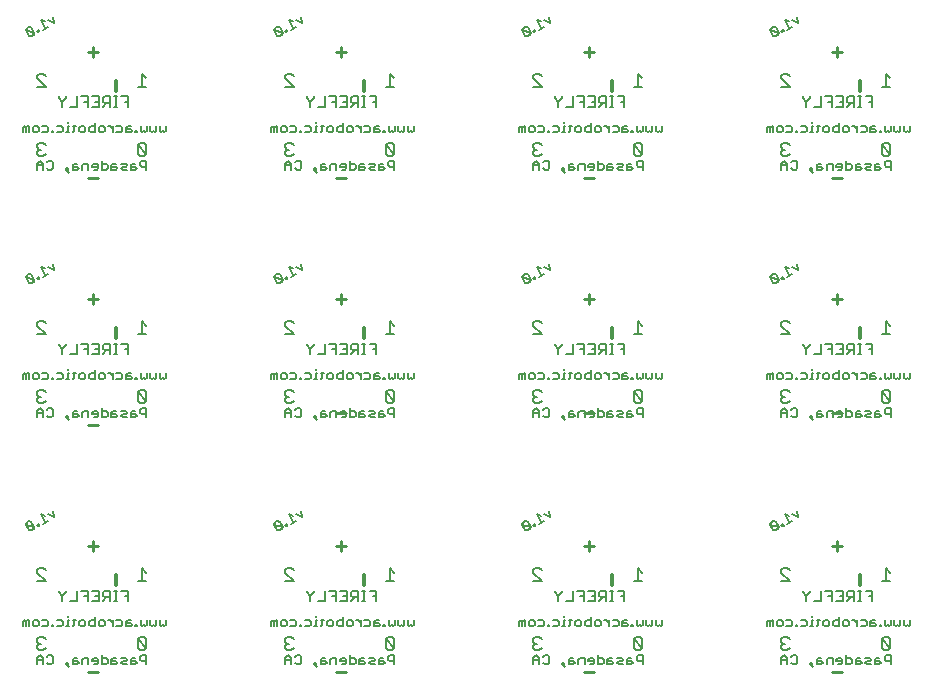
<source format=gbo>
G75*
%MOIN*%
%OFA0B0*%
%FSLAX24Y24*%
%IPPOS*%
%LPD*%
%AMOC8*
5,1,8,0,0,1.08239X$1,22.5*
%
%ADD10C,0.0080*%
%ADD11C,0.0120*%
%ADD12C,0.0050*%
%ADD13C,0.0090*%
%ADD14C,0.0060*%
D10*
X004968Y003136D02*
X005038Y003066D01*
X005178Y003066D01*
X005248Y003136D01*
X005108Y003276D02*
X005038Y003276D01*
X004968Y003206D01*
X004968Y003136D01*
X005038Y003276D02*
X004968Y003346D01*
X004968Y003416D01*
X005038Y003486D01*
X005178Y003486D01*
X005248Y003416D01*
X005248Y005366D02*
X004968Y005366D01*
X005248Y005366D02*
X004968Y005646D01*
X004968Y005716D01*
X005038Y005786D01*
X005178Y005786D01*
X005248Y005716D01*
X008318Y005366D02*
X008598Y005366D01*
X008458Y005366D02*
X008458Y005786D01*
X008598Y005646D01*
X008528Y003486D02*
X008388Y003486D01*
X008318Y003416D01*
X008598Y003136D01*
X008528Y003066D01*
X008388Y003066D01*
X008318Y003136D01*
X008318Y003416D01*
X008528Y003486D02*
X008598Y003416D01*
X008598Y003136D01*
X013235Y003136D02*
X013305Y003066D01*
X013445Y003066D01*
X013516Y003136D01*
X013375Y003276D02*
X013305Y003276D01*
X013235Y003206D01*
X013235Y003136D01*
X013305Y003276D02*
X013235Y003346D01*
X013235Y003416D01*
X013305Y003486D01*
X013445Y003486D01*
X013516Y003416D01*
X013516Y005366D02*
X013235Y005366D01*
X013235Y005646D02*
X013235Y005716D01*
X013305Y005786D01*
X013445Y005786D01*
X013516Y005716D01*
X013235Y005646D02*
X013516Y005366D01*
X016585Y005366D02*
X016866Y005366D01*
X016725Y005366D02*
X016725Y005786D01*
X016866Y005646D01*
X016795Y003486D02*
X016655Y003486D01*
X016585Y003416D01*
X016866Y003136D01*
X016795Y003066D01*
X016655Y003066D01*
X016585Y003136D01*
X016585Y003416D01*
X016795Y003486D02*
X016866Y003416D01*
X016866Y003136D01*
X021503Y003136D02*
X021573Y003066D01*
X021713Y003066D01*
X021783Y003136D01*
X021643Y003276D02*
X021573Y003276D01*
X021503Y003206D01*
X021503Y003136D01*
X021573Y003276D02*
X021503Y003346D01*
X021503Y003416D01*
X021573Y003486D01*
X021713Y003486D01*
X021783Y003416D01*
X021783Y005366D02*
X021503Y005646D01*
X021503Y005716D01*
X021573Y005786D01*
X021713Y005786D01*
X021783Y005716D01*
X021783Y005366D02*
X021503Y005366D01*
X024853Y005366D02*
X025133Y005366D01*
X024993Y005366D02*
X024993Y005786D01*
X025133Y005646D01*
X025063Y003486D02*
X024923Y003486D01*
X024853Y003416D01*
X025133Y003136D01*
X025063Y003066D01*
X024923Y003066D01*
X024853Y003136D01*
X024853Y003416D01*
X025063Y003486D02*
X025133Y003416D01*
X025133Y003136D01*
X029771Y003136D02*
X029841Y003066D01*
X029981Y003066D01*
X030051Y003136D01*
X029911Y003276D02*
X029841Y003276D01*
X029771Y003206D01*
X029771Y003136D01*
X029841Y003276D02*
X029771Y003346D01*
X029771Y003416D01*
X029841Y003486D01*
X029981Y003486D01*
X030051Y003416D01*
X030051Y005366D02*
X029771Y005366D01*
X029771Y005646D02*
X029771Y005716D01*
X029841Y005786D01*
X029981Y005786D01*
X030051Y005716D01*
X029771Y005646D02*
X030051Y005366D01*
X033121Y005366D02*
X033401Y005366D01*
X033261Y005366D02*
X033261Y005786D01*
X033401Y005646D01*
X033331Y003486D02*
X033191Y003486D01*
X033121Y003416D01*
X033401Y003136D01*
X033331Y003066D01*
X033191Y003066D01*
X033121Y003136D01*
X033121Y003416D01*
X033331Y003486D02*
X033401Y003416D01*
X033401Y003136D01*
X033331Y011302D02*
X033401Y011372D01*
X033121Y011652D01*
X033121Y011372D01*
X033191Y011302D01*
X033331Y011302D01*
X033401Y011372D02*
X033401Y011652D01*
X033331Y011722D01*
X033191Y011722D01*
X033121Y011652D01*
X033121Y013602D02*
X033401Y013602D01*
X033261Y013602D02*
X033261Y014022D01*
X033401Y013882D01*
X030051Y013952D02*
X029981Y014022D01*
X029841Y014022D01*
X029771Y013952D01*
X029771Y013882D01*
X030051Y013602D01*
X029771Y013602D01*
X029841Y011722D02*
X029771Y011652D01*
X029771Y011582D01*
X029841Y011512D01*
X029771Y011442D01*
X029771Y011372D01*
X029841Y011302D01*
X029981Y011302D01*
X030051Y011372D01*
X029911Y011512D02*
X029841Y011512D01*
X029841Y011722D02*
X029981Y011722D01*
X030051Y011652D01*
X025133Y011652D02*
X025133Y011372D01*
X024853Y011652D01*
X024853Y011372D01*
X024923Y011302D01*
X025063Y011302D01*
X025133Y011372D01*
X025133Y011652D02*
X025063Y011722D01*
X024923Y011722D01*
X024853Y011652D01*
X024853Y013602D02*
X025133Y013602D01*
X024993Y013602D02*
X024993Y014022D01*
X025133Y013882D01*
X021783Y013952D02*
X021713Y014022D01*
X021573Y014022D01*
X021503Y013952D01*
X021503Y013882D01*
X021783Y013602D01*
X021503Y013602D01*
X021573Y011722D02*
X021503Y011652D01*
X021503Y011582D01*
X021573Y011512D01*
X021503Y011442D01*
X021503Y011372D01*
X021573Y011302D01*
X021713Y011302D01*
X021783Y011372D01*
X021643Y011512D02*
X021573Y011512D01*
X021573Y011722D02*
X021713Y011722D01*
X021783Y011652D01*
X016866Y011652D02*
X016866Y011372D01*
X016585Y011652D01*
X016585Y011372D01*
X016655Y011302D01*
X016795Y011302D01*
X016866Y011372D01*
X016866Y011652D02*
X016795Y011722D01*
X016655Y011722D01*
X016585Y011652D01*
X016585Y013602D02*
X016866Y013602D01*
X016725Y013602D02*
X016725Y014022D01*
X016866Y013882D01*
X013516Y013952D02*
X013445Y014022D01*
X013305Y014022D01*
X013235Y013952D01*
X013235Y013882D01*
X013516Y013602D01*
X013235Y013602D01*
X013305Y011722D02*
X013235Y011652D01*
X013235Y011582D01*
X013305Y011512D01*
X013235Y011442D01*
X013235Y011372D01*
X013305Y011302D01*
X013445Y011302D01*
X013516Y011372D01*
X013375Y011512D02*
X013305Y011512D01*
X013305Y011722D02*
X013445Y011722D01*
X013516Y011652D01*
X008598Y011652D02*
X008598Y011372D01*
X008318Y011652D01*
X008318Y011372D01*
X008388Y011302D01*
X008528Y011302D01*
X008598Y011372D01*
X008598Y011652D02*
X008528Y011722D01*
X008388Y011722D01*
X008318Y011652D01*
X008318Y013602D02*
X008598Y013602D01*
X008458Y013602D02*
X008458Y014022D01*
X008598Y013882D01*
X005248Y013952D02*
X005178Y014022D01*
X005038Y014022D01*
X004968Y013952D01*
X004968Y013882D01*
X005248Y013602D01*
X004968Y013602D01*
X005038Y011722D02*
X004968Y011652D01*
X004968Y011582D01*
X005038Y011512D01*
X004968Y011442D01*
X004968Y011372D01*
X005038Y011302D01*
X005178Y011302D01*
X005248Y011372D01*
X005108Y011512D02*
X005038Y011512D01*
X005038Y011722D02*
X005178Y011722D01*
X005248Y011652D01*
X005178Y019538D02*
X005248Y019608D01*
X005178Y019538D02*
X005038Y019538D01*
X004968Y019608D01*
X004968Y019678D01*
X005038Y019748D01*
X005108Y019748D01*
X005038Y019748D02*
X004968Y019818D01*
X004968Y019888D01*
X005038Y019958D01*
X005178Y019958D01*
X005248Y019888D01*
X005248Y021838D02*
X004968Y021838D01*
X005248Y021838D02*
X004968Y022118D01*
X004968Y022188D01*
X005038Y022258D01*
X005178Y022258D01*
X005248Y022188D01*
X008318Y021838D02*
X008598Y021838D01*
X008458Y021838D02*
X008458Y022258D01*
X008598Y022118D01*
X008528Y019958D02*
X008388Y019958D01*
X008318Y019888D01*
X008598Y019608D01*
X008528Y019538D01*
X008388Y019538D01*
X008318Y019608D01*
X008318Y019888D01*
X008528Y019958D02*
X008598Y019888D01*
X008598Y019608D01*
X013235Y019608D02*
X013305Y019538D01*
X013445Y019538D01*
X013516Y019608D01*
X013375Y019748D02*
X013305Y019748D01*
X013235Y019678D01*
X013235Y019608D01*
X013305Y019748D02*
X013235Y019818D01*
X013235Y019888D01*
X013305Y019958D01*
X013445Y019958D01*
X013516Y019888D01*
X013516Y021838D02*
X013235Y021838D01*
X013235Y022118D02*
X013235Y022188D01*
X013305Y022258D01*
X013445Y022258D01*
X013516Y022188D01*
X013235Y022118D02*
X013516Y021838D01*
X016585Y021838D02*
X016866Y021838D01*
X016725Y021838D02*
X016725Y022258D01*
X016866Y022118D01*
X016795Y019958D02*
X016655Y019958D01*
X016585Y019888D01*
X016866Y019608D01*
X016795Y019538D01*
X016655Y019538D01*
X016585Y019608D01*
X016585Y019888D01*
X016795Y019958D02*
X016866Y019888D01*
X016866Y019608D01*
X021503Y019608D02*
X021573Y019538D01*
X021713Y019538D01*
X021783Y019608D01*
X021643Y019748D02*
X021573Y019748D01*
X021503Y019678D01*
X021503Y019608D01*
X021573Y019748D02*
X021503Y019818D01*
X021503Y019888D01*
X021573Y019958D01*
X021713Y019958D01*
X021783Y019888D01*
X021783Y021838D02*
X021503Y022118D01*
X021503Y022188D01*
X021573Y022258D01*
X021713Y022258D01*
X021783Y022188D01*
X021783Y021838D02*
X021503Y021838D01*
X024853Y021838D02*
X025133Y021838D01*
X024993Y021838D02*
X024993Y022258D01*
X025133Y022118D01*
X025063Y019958D02*
X024923Y019958D01*
X024853Y019888D01*
X025133Y019608D01*
X025063Y019538D01*
X024923Y019538D01*
X024853Y019608D01*
X024853Y019888D01*
X025063Y019958D02*
X025133Y019888D01*
X025133Y019608D01*
X029771Y019608D02*
X029841Y019538D01*
X029981Y019538D01*
X030051Y019608D01*
X029911Y019748D02*
X029841Y019748D01*
X029771Y019678D01*
X029771Y019608D01*
X029841Y019748D02*
X029771Y019818D01*
X029771Y019888D01*
X029841Y019958D01*
X029981Y019958D01*
X030051Y019888D01*
X030051Y021838D02*
X029771Y021838D01*
X030051Y021838D02*
X029771Y022118D01*
X029771Y022188D01*
X029841Y022258D01*
X029981Y022258D01*
X030051Y022188D01*
X033121Y021838D02*
X033401Y021838D01*
X033261Y021838D02*
X033261Y022258D01*
X033401Y022118D01*
X033331Y019958D02*
X033191Y019958D01*
X033121Y019888D01*
X033401Y019608D01*
X033331Y019538D01*
X033191Y019538D01*
X033121Y019608D01*
X033121Y019888D01*
X033331Y019958D02*
X033401Y019888D01*
X033401Y019608D01*
D11*
X032391Y021698D02*
X032391Y022048D01*
X024123Y022048D02*
X024123Y021698D01*
X015856Y021698D02*
X015856Y022048D01*
X007588Y022048D02*
X007588Y021698D01*
X007588Y013812D02*
X007588Y013462D01*
X015856Y013462D02*
X015856Y013812D01*
X024123Y013812D02*
X024123Y013462D01*
X032391Y013462D02*
X032391Y013812D01*
X032391Y005576D02*
X032391Y005226D01*
X024123Y005226D02*
X024123Y005576D01*
X015856Y005576D02*
X015856Y005226D01*
X007588Y005226D02*
X007588Y005576D01*
D12*
X004975Y002794D02*
X004975Y002594D01*
X004975Y002744D02*
X005175Y002744D01*
X005175Y002794D02*
X005175Y002594D01*
X005297Y002644D02*
X005347Y002594D01*
X005447Y002594D01*
X005497Y002644D01*
X005497Y002845D01*
X005447Y002895D01*
X005347Y002895D01*
X005297Y002845D01*
X005175Y002794D02*
X005075Y002895D01*
X004975Y002794D01*
X005935Y002644D02*
X005985Y002644D01*
X005985Y002594D01*
X005935Y002594D01*
X005935Y002644D01*
X005935Y002594D02*
X006035Y002494D01*
X006157Y002594D02*
X006307Y002594D01*
X006357Y002644D01*
X006307Y002694D01*
X006157Y002694D01*
X006157Y002744D02*
X006157Y002594D01*
X006157Y002744D02*
X006207Y002794D01*
X006307Y002794D01*
X006479Y002744D02*
X006479Y002594D01*
X006479Y002744D02*
X006529Y002794D01*
X006679Y002794D01*
X006679Y002594D01*
X006801Y002694D02*
X007001Y002694D01*
X007001Y002644D02*
X007001Y002744D01*
X006951Y002794D01*
X006851Y002794D01*
X006801Y002744D01*
X006801Y002694D01*
X006851Y002594D02*
X006951Y002594D01*
X007001Y002644D01*
X007124Y002594D02*
X007274Y002594D01*
X007324Y002644D01*
X007324Y002744D01*
X007274Y002794D01*
X007124Y002794D01*
X007124Y002895D02*
X007124Y002594D01*
X007446Y002594D02*
X007596Y002594D01*
X007646Y002644D01*
X007596Y002694D01*
X007446Y002694D01*
X007446Y002744D02*
X007446Y002594D01*
X007446Y002744D02*
X007496Y002794D01*
X007596Y002794D01*
X007768Y002794D02*
X007918Y002794D01*
X007968Y002744D01*
X007918Y002694D01*
X007818Y002694D01*
X007768Y002644D01*
X007818Y002594D01*
X007968Y002594D01*
X008090Y002594D02*
X008240Y002594D01*
X008291Y002644D01*
X008240Y002694D01*
X008090Y002694D01*
X008090Y002744D02*
X008090Y002594D01*
X008090Y002744D02*
X008140Y002794D01*
X008240Y002794D01*
X008413Y002845D02*
X008413Y002744D01*
X008463Y002694D01*
X008613Y002694D01*
X008613Y002594D02*
X008613Y002895D01*
X008463Y002895D01*
X008413Y002845D01*
X008468Y003851D02*
X008418Y003901D01*
X008418Y004051D01*
X008518Y003901D02*
X008468Y003851D01*
X008518Y003901D02*
X008568Y003851D01*
X008618Y003901D01*
X008618Y004051D01*
X008740Y004051D02*
X008740Y003901D01*
X008790Y003851D01*
X008840Y003901D01*
X008890Y003851D01*
X008941Y003901D01*
X008941Y004051D01*
X009063Y004051D02*
X009063Y003901D01*
X009113Y003851D01*
X009163Y003901D01*
X009213Y003851D01*
X009263Y003901D01*
X009263Y004051D01*
X008296Y003901D02*
X008246Y003901D01*
X008246Y003851D01*
X008296Y003851D01*
X008296Y003901D01*
X008135Y003901D02*
X008085Y003951D01*
X007935Y003951D01*
X007935Y004001D02*
X007935Y003851D01*
X008085Y003851D01*
X008135Y003901D01*
X008085Y004051D02*
X007985Y004051D01*
X007935Y004001D01*
X007813Y004001D02*
X007813Y003901D01*
X007763Y003851D01*
X007612Y003851D01*
X007490Y003851D02*
X007490Y004051D01*
X007390Y004051D02*
X007340Y004051D01*
X007390Y004051D02*
X007490Y003951D01*
X007612Y004051D02*
X007763Y004051D01*
X007813Y004001D01*
X007222Y004001D02*
X007222Y003901D01*
X007172Y003851D01*
X007072Y003851D01*
X007022Y003901D01*
X007022Y004001D01*
X007072Y004051D01*
X007172Y004051D01*
X007222Y004001D01*
X006899Y004051D02*
X006749Y004051D01*
X006699Y004001D01*
X006699Y003901D01*
X006749Y003851D01*
X006899Y003851D01*
X006899Y004151D01*
X006577Y004001D02*
X006527Y004051D01*
X006427Y004051D01*
X006377Y004001D01*
X006377Y003901D01*
X006427Y003851D01*
X006527Y003851D01*
X006577Y003901D01*
X006577Y004001D01*
X006255Y004051D02*
X006155Y004051D01*
X006205Y004101D02*
X006205Y003901D01*
X006155Y003851D01*
X006040Y003851D02*
X005940Y003851D01*
X005990Y003851D02*
X005990Y004051D01*
X006040Y004051D01*
X005990Y004151D02*
X005990Y004201D01*
X005825Y004001D02*
X005775Y004051D01*
X005625Y004051D01*
X005503Y003901D02*
X005453Y003901D01*
X005453Y003851D01*
X005503Y003851D01*
X005503Y003901D01*
X005625Y003851D02*
X005775Y003851D01*
X005825Y003901D01*
X005825Y004001D01*
X005342Y004001D02*
X005342Y003901D01*
X005292Y003851D01*
X005142Y003851D01*
X005020Y003901D02*
X004969Y003851D01*
X004869Y003851D01*
X004819Y003901D01*
X004819Y004001D01*
X004869Y004051D01*
X004969Y004051D01*
X005020Y004001D01*
X005020Y003901D01*
X005142Y004051D02*
X005292Y004051D01*
X005342Y004001D01*
X004697Y004051D02*
X004647Y004051D01*
X004597Y004001D01*
X004547Y004051D01*
X004497Y004001D01*
X004497Y003851D01*
X004597Y003851D02*
X004597Y004001D01*
X004697Y004051D02*
X004697Y003851D01*
X004776Y007057D02*
X004863Y007107D01*
X004881Y007175D01*
X004607Y007249D01*
X004708Y007075D01*
X004776Y007057D01*
X004881Y007175D02*
X004781Y007349D01*
X004712Y007367D01*
X004626Y007317D01*
X004607Y007249D01*
X004977Y007231D02*
X005002Y007187D01*
X005045Y007212D01*
X005020Y007256D01*
X004977Y007231D01*
X005151Y007274D02*
X005325Y007374D01*
X005238Y007324D02*
X005088Y007584D01*
X005224Y007547D01*
X005330Y007608D02*
X005517Y007485D01*
X005504Y007708D01*
X006035Y010730D02*
X005935Y010831D01*
X005985Y010831D01*
X005985Y010881D01*
X005935Y010881D01*
X005935Y010831D01*
X006157Y010831D02*
X006157Y010981D01*
X006207Y011031D01*
X006307Y011031D01*
X006307Y010931D02*
X006157Y010931D01*
X006157Y010831D02*
X006307Y010831D01*
X006357Y010881D01*
X006307Y010931D01*
X006479Y010981D02*
X006479Y010831D01*
X006479Y010981D02*
X006529Y011031D01*
X006679Y011031D01*
X006679Y010831D01*
X006801Y010931D02*
X007001Y010931D01*
X007001Y010981D02*
X006951Y011031D01*
X006851Y011031D01*
X006801Y010981D01*
X006801Y010931D01*
X006851Y010831D02*
X006951Y010831D01*
X007001Y010881D01*
X007001Y010981D01*
X007124Y011031D02*
X007274Y011031D01*
X007324Y010981D01*
X007324Y010881D01*
X007274Y010831D01*
X007124Y010831D01*
X007124Y011131D01*
X007446Y010981D02*
X007446Y010831D01*
X007596Y010831D01*
X007646Y010881D01*
X007596Y010931D01*
X007446Y010931D01*
X007446Y010981D02*
X007496Y011031D01*
X007596Y011031D01*
X007768Y011031D02*
X007918Y011031D01*
X007968Y010981D01*
X007918Y010931D01*
X007818Y010931D01*
X007768Y010881D01*
X007818Y010831D01*
X007968Y010831D01*
X008090Y010831D02*
X008090Y010981D01*
X008140Y011031D01*
X008240Y011031D01*
X008240Y010931D02*
X008090Y010931D01*
X008090Y010831D02*
X008240Y010831D01*
X008291Y010881D01*
X008240Y010931D01*
X008413Y010981D02*
X008463Y010931D01*
X008613Y010931D01*
X008613Y010831D02*
X008613Y011131D01*
X008463Y011131D01*
X008413Y011081D01*
X008413Y010981D01*
X008468Y012087D02*
X008418Y012137D01*
X008418Y012287D01*
X008518Y012137D02*
X008468Y012087D01*
X008518Y012137D02*
X008568Y012087D01*
X008618Y012137D01*
X008618Y012287D01*
X008740Y012287D02*
X008740Y012137D01*
X008790Y012087D01*
X008840Y012137D01*
X008890Y012087D01*
X008941Y012137D01*
X008941Y012287D01*
X009063Y012287D02*
X009063Y012137D01*
X009113Y012087D01*
X009163Y012137D01*
X009213Y012087D01*
X009263Y012137D01*
X009263Y012287D01*
X008296Y012137D02*
X008296Y012087D01*
X008246Y012087D01*
X008246Y012137D01*
X008296Y012137D01*
X008135Y012137D02*
X008085Y012187D01*
X007935Y012187D01*
X007935Y012237D02*
X007935Y012087D01*
X008085Y012087D01*
X008135Y012137D01*
X008085Y012287D02*
X007985Y012287D01*
X007935Y012237D01*
X007813Y012237D02*
X007813Y012137D01*
X007763Y012087D01*
X007612Y012087D01*
X007490Y012087D02*
X007490Y012287D01*
X007390Y012287D02*
X007340Y012287D01*
X007390Y012287D02*
X007490Y012187D01*
X007612Y012287D02*
X007763Y012287D01*
X007813Y012237D01*
X007222Y012237D02*
X007222Y012137D01*
X007172Y012087D01*
X007072Y012087D01*
X007022Y012137D01*
X007022Y012237D01*
X007072Y012287D01*
X007172Y012287D01*
X007222Y012237D01*
X006899Y012287D02*
X006749Y012287D01*
X006699Y012237D01*
X006699Y012137D01*
X006749Y012087D01*
X006899Y012087D01*
X006899Y012387D01*
X006577Y012237D02*
X006577Y012137D01*
X006527Y012087D01*
X006427Y012087D01*
X006377Y012137D01*
X006377Y012237D01*
X006427Y012287D01*
X006527Y012287D01*
X006577Y012237D01*
X006255Y012287D02*
X006155Y012287D01*
X006205Y012337D02*
X006205Y012137D01*
X006155Y012087D01*
X006040Y012087D02*
X005940Y012087D01*
X005990Y012087D02*
X005990Y012287D01*
X006040Y012287D01*
X005990Y012387D02*
X005990Y012437D01*
X005825Y012237D02*
X005825Y012137D01*
X005775Y012087D01*
X005625Y012087D01*
X005503Y012087D02*
X005453Y012087D01*
X005453Y012137D01*
X005503Y012137D01*
X005503Y012087D01*
X005342Y012137D02*
X005292Y012087D01*
X005142Y012087D01*
X005020Y012137D02*
X004969Y012087D01*
X004869Y012087D01*
X004819Y012137D01*
X004819Y012237D01*
X004869Y012287D01*
X004969Y012287D01*
X005020Y012237D01*
X005020Y012137D01*
X005142Y012287D02*
X005292Y012287D01*
X005342Y012237D01*
X005342Y012137D01*
X005625Y012287D02*
X005775Y012287D01*
X005825Y012237D01*
X004697Y012287D02*
X004697Y012087D01*
X004597Y012087D02*
X004597Y012237D01*
X004547Y012287D01*
X004497Y012237D01*
X004497Y012087D01*
X004597Y012237D02*
X004647Y012287D01*
X004697Y012287D01*
X005075Y011131D02*
X004975Y011031D01*
X004975Y010831D01*
X004975Y010981D02*
X005175Y010981D01*
X005175Y011031D02*
X005075Y011131D01*
X005175Y011031D02*
X005175Y010831D01*
X005297Y010881D02*
X005347Y010831D01*
X005447Y010831D01*
X005497Y010881D01*
X005497Y011081D01*
X005447Y011131D01*
X005347Y011131D01*
X005297Y011081D01*
X004776Y015293D02*
X004863Y015343D01*
X004881Y015411D01*
X004607Y015485D01*
X004708Y015311D01*
X004776Y015293D01*
X004881Y015411D02*
X004781Y015585D01*
X004712Y015603D01*
X004626Y015553D01*
X004607Y015485D01*
X004977Y015467D02*
X005002Y015424D01*
X005045Y015449D01*
X005020Y015492D01*
X004977Y015467D01*
X005151Y015510D02*
X005325Y015610D01*
X005238Y015560D02*
X005088Y015820D01*
X005224Y015783D01*
X005330Y015844D02*
X005517Y015721D01*
X005504Y015944D01*
X006035Y018967D02*
X005935Y019067D01*
X005985Y019067D01*
X005985Y019117D01*
X005935Y019117D01*
X005935Y019067D01*
X006157Y019067D02*
X006157Y019217D01*
X006207Y019267D01*
X006307Y019267D01*
X006307Y019167D02*
X006157Y019167D01*
X006157Y019067D02*
X006307Y019067D01*
X006357Y019117D01*
X006307Y019167D01*
X006479Y019217D02*
X006479Y019067D01*
X006479Y019217D02*
X006529Y019267D01*
X006679Y019267D01*
X006679Y019067D01*
X006801Y019167D02*
X007001Y019167D01*
X007001Y019117D02*
X007001Y019217D01*
X006951Y019267D01*
X006851Y019267D01*
X006801Y019217D01*
X006801Y019167D01*
X006851Y019067D02*
X006951Y019067D01*
X007001Y019117D01*
X007124Y019067D02*
X007274Y019067D01*
X007324Y019117D01*
X007324Y019217D01*
X007274Y019267D01*
X007124Y019267D01*
X007124Y019367D02*
X007124Y019067D01*
X007446Y019067D02*
X007446Y019217D01*
X007496Y019267D01*
X007596Y019267D01*
X007596Y019167D02*
X007446Y019167D01*
X007446Y019067D02*
X007596Y019067D01*
X007646Y019117D01*
X007596Y019167D01*
X007768Y019117D02*
X007818Y019167D01*
X007918Y019167D01*
X007968Y019217D01*
X007918Y019267D01*
X007768Y019267D01*
X007768Y019117D02*
X007818Y019067D01*
X007968Y019067D01*
X008090Y019067D02*
X008090Y019217D01*
X008140Y019267D01*
X008240Y019267D01*
X008240Y019167D02*
X008090Y019167D01*
X008090Y019067D02*
X008240Y019067D01*
X008291Y019117D01*
X008240Y019167D01*
X008413Y019217D02*
X008463Y019167D01*
X008613Y019167D01*
X008613Y019067D02*
X008613Y019367D01*
X008463Y019367D01*
X008413Y019317D01*
X008413Y019217D01*
X008468Y020323D02*
X008418Y020373D01*
X008418Y020523D01*
X008518Y020373D02*
X008468Y020323D01*
X008518Y020373D02*
X008568Y020323D01*
X008618Y020373D01*
X008618Y020523D01*
X008740Y020523D02*
X008740Y020373D01*
X008790Y020323D01*
X008840Y020373D01*
X008890Y020323D01*
X008941Y020373D01*
X008941Y020523D01*
X009063Y020523D02*
X009063Y020373D01*
X009113Y020323D01*
X009163Y020373D01*
X009213Y020323D01*
X009263Y020373D01*
X009263Y020523D01*
X008296Y020373D02*
X008246Y020373D01*
X008246Y020323D01*
X008296Y020323D01*
X008296Y020373D01*
X008135Y020373D02*
X008085Y020423D01*
X007935Y020423D01*
X007935Y020473D02*
X007935Y020323D01*
X008085Y020323D01*
X008135Y020373D01*
X008085Y020523D02*
X007985Y020523D01*
X007935Y020473D01*
X007813Y020473D02*
X007813Y020373D01*
X007763Y020323D01*
X007612Y020323D01*
X007490Y020323D02*
X007490Y020523D01*
X007390Y020523D02*
X007340Y020523D01*
X007390Y020523D02*
X007490Y020423D01*
X007612Y020523D02*
X007763Y020523D01*
X007813Y020473D01*
X007222Y020473D02*
X007222Y020373D01*
X007172Y020323D01*
X007072Y020323D01*
X007022Y020373D01*
X007022Y020473D01*
X007072Y020523D01*
X007172Y020523D01*
X007222Y020473D01*
X006899Y020523D02*
X006749Y020523D01*
X006699Y020473D01*
X006699Y020373D01*
X006749Y020323D01*
X006899Y020323D01*
X006899Y020623D01*
X006577Y020473D02*
X006527Y020523D01*
X006427Y020523D01*
X006377Y020473D01*
X006377Y020373D01*
X006427Y020323D01*
X006527Y020323D01*
X006577Y020373D01*
X006577Y020473D01*
X006255Y020523D02*
X006155Y020523D01*
X006205Y020573D02*
X006205Y020373D01*
X006155Y020323D01*
X006040Y020323D02*
X005940Y020323D01*
X005990Y020323D02*
X005990Y020523D01*
X006040Y020523D01*
X005990Y020623D02*
X005990Y020673D01*
X005825Y020473D02*
X005775Y020523D01*
X005625Y020523D01*
X005503Y020373D02*
X005453Y020373D01*
X005453Y020323D01*
X005503Y020323D01*
X005503Y020373D01*
X005625Y020323D02*
X005775Y020323D01*
X005825Y020373D01*
X005825Y020473D01*
X005342Y020473D02*
X005342Y020373D01*
X005292Y020323D01*
X005142Y020323D01*
X005020Y020373D02*
X004969Y020323D01*
X004869Y020323D01*
X004819Y020373D01*
X004819Y020473D01*
X004869Y020523D01*
X004969Y020523D01*
X005020Y020473D01*
X005020Y020373D01*
X005142Y020523D02*
X005292Y020523D01*
X005342Y020473D01*
X004697Y020523D02*
X004647Y020523D01*
X004597Y020473D01*
X004547Y020523D01*
X004497Y020473D01*
X004497Y020323D01*
X004597Y020323D02*
X004597Y020473D01*
X004697Y020523D02*
X004697Y020323D01*
X005075Y019367D02*
X004975Y019267D01*
X004975Y019067D01*
X004975Y019217D02*
X005175Y019217D01*
X005175Y019267D02*
X005075Y019367D01*
X005175Y019267D02*
X005175Y019067D01*
X005297Y019117D02*
X005347Y019067D01*
X005447Y019067D01*
X005497Y019117D01*
X005497Y019317D01*
X005447Y019367D01*
X005347Y019367D01*
X005297Y019317D01*
X004776Y023529D02*
X004863Y023579D01*
X004881Y023648D01*
X004607Y023721D01*
X004708Y023548D01*
X004776Y023529D01*
X004881Y023648D02*
X004781Y023821D01*
X004712Y023839D01*
X004626Y023789D01*
X004607Y023721D01*
X004977Y023703D02*
X005002Y023660D01*
X005045Y023685D01*
X005020Y023728D01*
X004977Y023703D01*
X005151Y023746D02*
X005325Y023846D01*
X005238Y023796D02*
X005088Y024056D01*
X005224Y024019D01*
X005330Y024080D02*
X005517Y023957D01*
X005504Y024181D01*
X012875Y023721D02*
X013149Y023648D01*
X013130Y023579D01*
X013044Y023529D01*
X012975Y023548D01*
X012875Y023721D01*
X012893Y023789D01*
X012980Y023839D01*
X013049Y023821D01*
X013149Y023648D01*
X013245Y023703D02*
X013270Y023660D01*
X013313Y023685D01*
X013288Y023728D01*
X013245Y023703D01*
X013419Y023746D02*
X013592Y023846D01*
X013506Y023796D02*
X013355Y024056D01*
X013492Y024019D01*
X013598Y024080D02*
X013785Y023957D01*
X013771Y024181D01*
X014258Y020673D02*
X014258Y020623D01*
X014258Y020523D02*
X014258Y020323D01*
X014308Y020323D02*
X014208Y020323D01*
X014093Y020373D02*
X014043Y020323D01*
X013893Y020323D01*
X013771Y020323D02*
X013721Y020323D01*
X013721Y020373D01*
X013771Y020373D01*
X013771Y020323D01*
X013610Y020373D02*
X013559Y020323D01*
X013409Y020323D01*
X013287Y020373D02*
X013237Y020323D01*
X013137Y020323D01*
X013087Y020373D01*
X013087Y020473D01*
X013137Y020523D01*
X013237Y020523D01*
X013287Y020473D01*
X013287Y020373D01*
X013409Y020523D02*
X013559Y020523D01*
X013610Y020473D01*
X013610Y020373D01*
X013893Y020523D02*
X014043Y020523D01*
X014093Y020473D01*
X014093Y020373D01*
X014258Y020523D02*
X014308Y020523D01*
X014423Y020523D02*
X014523Y020523D01*
X014473Y020573D02*
X014473Y020373D01*
X014423Y020323D01*
X014645Y020373D02*
X014645Y020473D01*
X014695Y020523D01*
X014795Y020523D01*
X014845Y020473D01*
X014845Y020373D01*
X014795Y020323D01*
X014695Y020323D01*
X014645Y020373D01*
X014967Y020373D02*
X014967Y020473D01*
X015017Y020523D01*
X015167Y020523D01*
X015167Y020623D02*
X015167Y020323D01*
X015017Y020323D01*
X014967Y020373D01*
X015289Y020373D02*
X015289Y020473D01*
X015339Y020523D01*
X015439Y020523D01*
X015489Y020473D01*
X015489Y020373D01*
X015439Y020323D01*
X015339Y020323D01*
X015289Y020373D01*
X015608Y020523D02*
X015658Y020523D01*
X015758Y020423D01*
X015758Y020323D02*
X015758Y020523D01*
X015880Y020523D02*
X016030Y020523D01*
X016080Y020473D01*
X016080Y020373D01*
X016030Y020323D01*
X015880Y020323D01*
X016202Y020323D02*
X016353Y020323D01*
X016403Y020373D01*
X016353Y020423D01*
X016202Y020423D01*
X016202Y020473D02*
X016202Y020323D01*
X016202Y020473D02*
X016252Y020523D01*
X016353Y020523D01*
X016514Y020373D02*
X016514Y020323D01*
X016564Y020323D01*
X016564Y020373D01*
X016514Y020373D01*
X016686Y020373D02*
X016686Y020523D01*
X016686Y020373D02*
X016736Y020323D01*
X016786Y020373D01*
X016836Y020323D01*
X016886Y020373D01*
X016886Y020523D01*
X017008Y020523D02*
X017008Y020373D01*
X017058Y020323D01*
X017108Y020373D01*
X017158Y020323D01*
X017208Y020373D01*
X017208Y020523D01*
X017330Y020523D02*
X017330Y020373D01*
X017380Y020323D01*
X017430Y020373D01*
X017480Y020323D01*
X017531Y020373D01*
X017531Y020523D01*
X016881Y019367D02*
X016730Y019367D01*
X016680Y019317D01*
X016680Y019217D01*
X016730Y019167D01*
X016881Y019167D01*
X016881Y019067D02*
X016881Y019367D01*
X016508Y019267D02*
X016408Y019267D01*
X016358Y019217D01*
X016358Y019067D01*
X016508Y019067D01*
X016558Y019117D01*
X016508Y019167D01*
X016358Y019167D01*
X016236Y019217D02*
X016186Y019167D01*
X016086Y019167D01*
X016036Y019117D01*
X016086Y019067D01*
X016236Y019067D01*
X016236Y019217D02*
X016186Y019267D01*
X016036Y019267D01*
X015864Y019267D02*
X015764Y019267D01*
X015714Y019217D01*
X015714Y019067D01*
X015864Y019067D01*
X015914Y019117D01*
X015864Y019167D01*
X015714Y019167D01*
X015591Y019117D02*
X015591Y019217D01*
X015541Y019267D01*
X015391Y019267D01*
X015391Y019367D02*
X015391Y019067D01*
X015541Y019067D01*
X015591Y019117D01*
X015269Y019117D02*
X015269Y019217D01*
X015219Y019267D01*
X015119Y019267D01*
X015069Y019217D01*
X015069Y019167D01*
X015269Y019167D01*
X015269Y019117D02*
X015219Y019067D01*
X015119Y019067D01*
X014947Y019067D02*
X014947Y019267D01*
X014797Y019267D01*
X014747Y019217D01*
X014747Y019067D01*
X014625Y019117D02*
X014575Y019167D01*
X014424Y019167D01*
X014424Y019217D02*
X014424Y019067D01*
X014575Y019067D01*
X014625Y019117D01*
X014575Y019267D02*
X014474Y019267D01*
X014424Y019217D01*
X014252Y019117D02*
X014252Y019067D01*
X014202Y019067D01*
X014202Y019117D01*
X014252Y019117D01*
X014202Y019067D02*
X014302Y018967D01*
X013765Y019117D02*
X013715Y019067D01*
X013615Y019067D01*
X013565Y019117D01*
X013443Y019067D02*
X013443Y019267D01*
X013343Y019367D01*
X013243Y019267D01*
X013243Y019067D01*
X013243Y019217D02*
X013443Y019217D01*
X013565Y019317D02*
X013615Y019367D01*
X013715Y019367D01*
X013765Y019317D01*
X013765Y019117D01*
X012965Y020323D02*
X012965Y020523D01*
X012915Y020523D01*
X012865Y020473D01*
X012815Y020523D01*
X012765Y020473D01*
X012765Y020323D01*
X012865Y020323D02*
X012865Y020473D01*
X013771Y015944D02*
X013785Y015721D01*
X013598Y015844D01*
X013492Y015783D02*
X013355Y015820D01*
X013506Y015560D01*
X013592Y015610D02*
X013419Y015510D01*
X013313Y015449D02*
X013270Y015424D01*
X013245Y015467D01*
X013288Y015492D01*
X013313Y015449D01*
X013149Y015411D02*
X012875Y015485D01*
X012975Y015311D01*
X013044Y015293D01*
X013130Y015343D01*
X013149Y015411D01*
X013049Y015585D01*
X012980Y015603D01*
X012893Y015553D01*
X012875Y015485D01*
X014258Y012437D02*
X014258Y012387D01*
X014258Y012287D02*
X014258Y012087D01*
X014308Y012087D02*
X014208Y012087D01*
X014093Y012137D02*
X014043Y012087D01*
X013893Y012087D01*
X013771Y012087D02*
X013771Y012137D01*
X013721Y012137D01*
X013721Y012087D01*
X013771Y012087D01*
X013610Y012137D02*
X013559Y012087D01*
X013409Y012087D01*
X013287Y012137D02*
X013237Y012087D01*
X013137Y012087D01*
X013087Y012137D01*
X013087Y012237D01*
X013137Y012287D01*
X013237Y012287D01*
X013287Y012237D01*
X013287Y012137D01*
X013409Y012287D02*
X013559Y012287D01*
X013610Y012237D01*
X013610Y012137D01*
X013893Y012287D02*
X014043Y012287D01*
X014093Y012237D01*
X014093Y012137D01*
X014258Y012287D02*
X014308Y012287D01*
X014423Y012287D02*
X014523Y012287D01*
X014473Y012337D02*
X014473Y012137D01*
X014423Y012087D01*
X014645Y012137D02*
X014645Y012237D01*
X014695Y012287D01*
X014795Y012287D01*
X014845Y012237D01*
X014845Y012137D01*
X014795Y012087D01*
X014695Y012087D01*
X014645Y012137D01*
X014967Y012137D02*
X014967Y012237D01*
X015017Y012287D01*
X015167Y012287D01*
X015167Y012387D02*
X015167Y012087D01*
X015017Y012087D01*
X014967Y012137D01*
X015289Y012137D02*
X015339Y012087D01*
X015439Y012087D01*
X015489Y012137D01*
X015489Y012237D01*
X015439Y012287D01*
X015339Y012287D01*
X015289Y012237D01*
X015289Y012137D01*
X015608Y012287D02*
X015658Y012287D01*
X015758Y012187D01*
X015758Y012087D02*
X015758Y012287D01*
X015880Y012287D02*
X016030Y012287D01*
X016080Y012237D01*
X016080Y012137D01*
X016030Y012087D01*
X015880Y012087D01*
X016202Y012087D02*
X016202Y012237D01*
X016252Y012287D01*
X016353Y012287D01*
X016353Y012187D02*
X016202Y012187D01*
X016202Y012087D02*
X016353Y012087D01*
X016403Y012137D01*
X016353Y012187D01*
X016514Y012137D02*
X016514Y012087D01*
X016564Y012087D01*
X016564Y012137D01*
X016514Y012137D01*
X016686Y012137D02*
X016686Y012287D01*
X016686Y012137D02*
X016736Y012087D01*
X016786Y012137D01*
X016836Y012087D01*
X016886Y012137D01*
X016886Y012287D01*
X017008Y012287D02*
X017008Y012137D01*
X017058Y012087D01*
X017108Y012137D01*
X017158Y012087D01*
X017208Y012137D01*
X017208Y012287D01*
X017330Y012287D02*
X017330Y012137D01*
X017380Y012087D01*
X017430Y012137D01*
X017480Y012087D01*
X017531Y012137D01*
X017531Y012287D01*
X016881Y011131D02*
X016730Y011131D01*
X016680Y011081D01*
X016680Y010981D01*
X016730Y010931D01*
X016881Y010931D01*
X016881Y010831D02*
X016881Y011131D01*
X016508Y011031D02*
X016408Y011031D01*
X016358Y010981D01*
X016358Y010831D01*
X016508Y010831D01*
X016558Y010881D01*
X016508Y010931D01*
X016358Y010931D01*
X016236Y010981D02*
X016186Y011031D01*
X016036Y011031D01*
X016086Y010931D02*
X016186Y010931D01*
X016236Y010981D01*
X016236Y010831D02*
X016086Y010831D01*
X016036Y010881D01*
X016086Y010931D01*
X015914Y010881D02*
X015864Y010931D01*
X015714Y010931D01*
X015714Y010981D02*
X015714Y010831D01*
X015864Y010831D01*
X015914Y010881D01*
X015864Y011031D02*
X015764Y011031D01*
X015714Y010981D01*
X015591Y010981D02*
X015541Y011031D01*
X015391Y011031D01*
X015391Y011131D02*
X015391Y010831D01*
X015541Y010831D01*
X015591Y010881D01*
X015591Y010981D01*
X015269Y010981D02*
X015219Y011031D01*
X015119Y011031D01*
X015069Y010981D01*
X015069Y010931D01*
X015269Y010931D01*
X015269Y010881D02*
X015269Y010981D01*
X015269Y010881D02*
X015219Y010831D01*
X015119Y010831D01*
X014947Y010831D02*
X014947Y011031D01*
X014797Y011031D01*
X014747Y010981D01*
X014747Y010831D01*
X014625Y010881D02*
X014575Y010931D01*
X014424Y010931D01*
X014424Y010981D02*
X014424Y010831D01*
X014575Y010831D01*
X014625Y010881D01*
X014575Y011031D02*
X014474Y011031D01*
X014424Y010981D01*
X014252Y010881D02*
X014252Y010831D01*
X014202Y010831D01*
X014202Y010881D01*
X014252Y010881D01*
X014202Y010831D02*
X014302Y010730D01*
X013765Y010881D02*
X013715Y010831D01*
X013615Y010831D01*
X013565Y010881D01*
X013443Y010831D02*
X013443Y011031D01*
X013343Y011131D01*
X013243Y011031D01*
X013243Y010831D01*
X013243Y010981D02*
X013443Y010981D01*
X013565Y011081D02*
X013615Y011131D01*
X013715Y011131D01*
X013765Y011081D01*
X013765Y010881D01*
X012965Y012087D02*
X012965Y012287D01*
X012915Y012287D01*
X012865Y012237D01*
X012815Y012287D01*
X012765Y012237D01*
X012765Y012087D01*
X012865Y012087D02*
X012865Y012237D01*
X013771Y007708D02*
X013785Y007485D01*
X013598Y007608D01*
X013492Y007547D02*
X013355Y007584D01*
X013506Y007324D01*
X013592Y007374D02*
X013419Y007274D01*
X013313Y007212D02*
X013270Y007187D01*
X013245Y007231D01*
X013288Y007256D01*
X013313Y007212D01*
X013149Y007175D02*
X012875Y007249D01*
X012975Y007075D01*
X013044Y007057D01*
X013130Y007107D01*
X013149Y007175D01*
X013049Y007349D01*
X012980Y007367D01*
X012893Y007317D01*
X012875Y007249D01*
X012915Y004051D02*
X012865Y004001D01*
X012815Y004051D01*
X012765Y004001D01*
X012765Y003851D01*
X012865Y003851D02*
X012865Y004001D01*
X012915Y004051D02*
X012965Y004051D01*
X012965Y003851D01*
X013087Y003901D02*
X013087Y004001D01*
X013137Y004051D01*
X013237Y004051D01*
X013287Y004001D01*
X013287Y003901D01*
X013237Y003851D01*
X013137Y003851D01*
X013087Y003901D01*
X013409Y003851D02*
X013559Y003851D01*
X013610Y003901D01*
X013610Y004001D01*
X013559Y004051D01*
X013409Y004051D01*
X013721Y003901D02*
X013721Y003851D01*
X013771Y003851D01*
X013771Y003901D01*
X013721Y003901D01*
X013893Y003851D02*
X014043Y003851D01*
X014093Y003901D01*
X014093Y004001D01*
X014043Y004051D01*
X013893Y004051D01*
X014258Y004051D02*
X014258Y003851D01*
X014308Y003851D02*
X014208Y003851D01*
X014258Y004051D02*
X014308Y004051D01*
X014258Y004151D02*
X014258Y004201D01*
X014423Y004051D02*
X014523Y004051D01*
X014473Y004101D02*
X014473Y003901D01*
X014423Y003851D01*
X014645Y003901D02*
X014645Y004001D01*
X014695Y004051D01*
X014795Y004051D01*
X014845Y004001D01*
X014845Y003901D01*
X014795Y003851D01*
X014695Y003851D01*
X014645Y003901D01*
X014967Y003901D02*
X014967Y004001D01*
X015017Y004051D01*
X015167Y004051D01*
X015167Y004151D02*
X015167Y003851D01*
X015017Y003851D01*
X014967Y003901D01*
X015289Y003901D02*
X015289Y004001D01*
X015339Y004051D01*
X015439Y004051D01*
X015489Y004001D01*
X015489Y003901D01*
X015439Y003851D01*
X015339Y003851D01*
X015289Y003901D01*
X015608Y004051D02*
X015658Y004051D01*
X015758Y003951D01*
X015758Y003851D02*
X015758Y004051D01*
X015880Y004051D02*
X016030Y004051D01*
X016080Y004001D01*
X016080Y003901D01*
X016030Y003851D01*
X015880Y003851D01*
X016202Y003851D02*
X016353Y003851D01*
X016403Y003901D01*
X016353Y003951D01*
X016202Y003951D01*
X016202Y004001D02*
X016202Y003851D01*
X016202Y004001D02*
X016252Y004051D01*
X016353Y004051D01*
X016514Y003901D02*
X016514Y003851D01*
X016564Y003851D01*
X016564Y003901D01*
X016514Y003901D01*
X016686Y003901D02*
X016686Y004051D01*
X016686Y003901D02*
X016736Y003851D01*
X016786Y003901D01*
X016836Y003851D01*
X016886Y003901D01*
X016886Y004051D01*
X017008Y004051D02*
X017008Y003901D01*
X017058Y003851D01*
X017108Y003901D01*
X017158Y003851D01*
X017208Y003901D01*
X017208Y004051D01*
X017330Y004051D02*
X017330Y003901D01*
X017380Y003851D01*
X017430Y003901D01*
X017480Y003851D01*
X017531Y003901D01*
X017531Y004051D01*
X016881Y002895D02*
X016730Y002895D01*
X016680Y002845D01*
X016680Y002744D01*
X016730Y002694D01*
X016881Y002694D01*
X016881Y002594D02*
X016881Y002895D01*
X016508Y002794D02*
X016408Y002794D01*
X016358Y002744D01*
X016358Y002594D01*
X016508Y002594D01*
X016558Y002644D01*
X016508Y002694D01*
X016358Y002694D01*
X016236Y002744D02*
X016186Y002794D01*
X016036Y002794D01*
X016086Y002694D02*
X016186Y002694D01*
X016236Y002744D01*
X016236Y002594D02*
X016086Y002594D01*
X016036Y002644D01*
X016086Y002694D01*
X015914Y002644D02*
X015864Y002694D01*
X015714Y002694D01*
X015714Y002744D02*
X015714Y002594D01*
X015864Y002594D01*
X015914Y002644D01*
X015864Y002794D02*
X015764Y002794D01*
X015714Y002744D01*
X015591Y002744D02*
X015541Y002794D01*
X015391Y002794D01*
X015391Y002895D02*
X015391Y002594D01*
X015541Y002594D01*
X015591Y002644D01*
X015591Y002744D01*
X015269Y002744D02*
X015219Y002794D01*
X015119Y002794D01*
X015069Y002744D01*
X015069Y002694D01*
X015269Y002694D01*
X015269Y002644D02*
X015269Y002744D01*
X015269Y002644D02*
X015219Y002594D01*
X015119Y002594D01*
X014947Y002594D02*
X014947Y002794D01*
X014797Y002794D01*
X014747Y002744D01*
X014747Y002594D01*
X014625Y002644D02*
X014575Y002694D01*
X014424Y002694D01*
X014424Y002744D02*
X014424Y002594D01*
X014575Y002594D01*
X014625Y002644D01*
X014575Y002794D02*
X014474Y002794D01*
X014424Y002744D01*
X014252Y002644D02*
X014252Y002594D01*
X014202Y002594D01*
X014202Y002644D01*
X014252Y002644D01*
X014202Y002594D02*
X014302Y002494D01*
X013765Y002644D02*
X013765Y002845D01*
X013715Y002895D01*
X013615Y002895D01*
X013565Y002845D01*
X013443Y002794D02*
X013343Y002895D01*
X013243Y002794D01*
X013243Y002594D01*
X013243Y002744D02*
X013443Y002744D01*
X013443Y002794D02*
X013443Y002594D01*
X013565Y002644D02*
X013615Y002594D01*
X013715Y002594D01*
X013765Y002644D01*
X021032Y003851D02*
X021032Y004001D01*
X021083Y004051D01*
X021133Y004001D01*
X021133Y003851D01*
X021233Y003851D02*
X021233Y004051D01*
X021183Y004051D01*
X021133Y004001D01*
X021355Y004001D02*
X021405Y004051D01*
X021505Y004051D01*
X021555Y004001D01*
X021555Y003901D01*
X021505Y003851D01*
X021405Y003851D01*
X021355Y003901D01*
X021355Y004001D01*
X021677Y004051D02*
X021827Y004051D01*
X021877Y004001D01*
X021877Y003901D01*
X021827Y003851D01*
X021677Y003851D01*
X021988Y003851D02*
X022038Y003851D01*
X022038Y003901D01*
X021988Y003901D01*
X021988Y003851D01*
X022160Y003851D02*
X022311Y003851D01*
X022361Y003901D01*
X022361Y004001D01*
X022311Y004051D01*
X022160Y004051D01*
X022525Y004051D02*
X022525Y003851D01*
X022575Y003851D02*
X022475Y003851D01*
X022525Y004051D02*
X022575Y004051D01*
X022525Y004151D02*
X022525Y004201D01*
X022690Y004051D02*
X022790Y004051D01*
X022740Y004101D02*
X022740Y003901D01*
X022690Y003851D01*
X022912Y003901D02*
X022912Y004001D01*
X022962Y004051D01*
X023063Y004051D01*
X023113Y004001D01*
X023113Y003901D01*
X023063Y003851D01*
X022962Y003851D01*
X022912Y003901D01*
X023235Y003901D02*
X023235Y004001D01*
X023285Y004051D01*
X023435Y004051D01*
X023435Y004151D02*
X023435Y003851D01*
X023285Y003851D01*
X023235Y003901D01*
X023557Y003901D02*
X023557Y004001D01*
X023607Y004051D01*
X023707Y004051D01*
X023757Y004001D01*
X023757Y003901D01*
X023707Y003851D01*
X023607Y003851D01*
X023557Y003901D01*
X023876Y004051D02*
X023926Y004051D01*
X024026Y003951D01*
X024026Y003851D02*
X024026Y004051D01*
X024148Y004051D02*
X024298Y004051D01*
X024348Y004001D01*
X024348Y003901D01*
X024298Y003851D01*
X024148Y003851D01*
X024470Y003851D02*
X024620Y003851D01*
X024670Y003901D01*
X024620Y003951D01*
X024470Y003951D01*
X024470Y004001D02*
X024470Y003851D01*
X024470Y004001D02*
X024520Y004051D01*
X024620Y004051D01*
X024781Y003901D02*
X024781Y003851D01*
X024831Y003851D01*
X024831Y003901D01*
X024781Y003901D01*
X024954Y003901D02*
X024954Y004051D01*
X024954Y003901D02*
X025004Y003851D01*
X025054Y003901D01*
X025104Y003851D01*
X025154Y003901D01*
X025154Y004051D01*
X025276Y004051D02*
X025276Y003901D01*
X025326Y003851D01*
X025376Y003901D01*
X025426Y003851D01*
X025476Y003901D01*
X025476Y004051D01*
X025598Y004051D02*
X025598Y003901D01*
X025648Y003851D01*
X025698Y003901D01*
X025748Y003851D01*
X025798Y003901D01*
X025798Y004051D01*
X025148Y002895D02*
X024998Y002895D01*
X024948Y002845D01*
X024948Y002744D01*
X024998Y002694D01*
X025148Y002694D01*
X025148Y002594D02*
X025148Y002895D01*
X024776Y002794D02*
X024676Y002794D01*
X024626Y002744D01*
X024626Y002594D01*
X024776Y002594D01*
X024826Y002644D01*
X024776Y002694D01*
X024626Y002694D01*
X024504Y002744D02*
X024454Y002794D01*
X024304Y002794D01*
X024354Y002694D02*
X024454Y002694D01*
X024504Y002744D01*
X024504Y002594D02*
X024354Y002594D01*
X024304Y002644D01*
X024354Y002694D01*
X024181Y002644D02*
X024131Y002694D01*
X023981Y002694D01*
X023981Y002744D02*
X023981Y002594D01*
X024131Y002594D01*
X024181Y002644D01*
X024131Y002794D02*
X024031Y002794D01*
X023981Y002744D01*
X023859Y002744D02*
X023809Y002794D01*
X023659Y002794D01*
X023659Y002895D02*
X023659Y002594D01*
X023809Y002594D01*
X023859Y002644D01*
X023859Y002744D01*
X023537Y002744D02*
X023487Y002794D01*
X023387Y002794D01*
X023337Y002744D01*
X023337Y002694D01*
X023537Y002694D01*
X023537Y002644D02*
X023537Y002744D01*
X023537Y002644D02*
X023487Y002594D01*
X023387Y002594D01*
X023215Y002594D02*
X023215Y002794D01*
X023064Y002794D01*
X023014Y002744D01*
X023014Y002594D01*
X022892Y002644D02*
X022842Y002694D01*
X022692Y002694D01*
X022692Y002744D02*
X022692Y002594D01*
X022842Y002594D01*
X022892Y002644D01*
X022842Y002794D02*
X022742Y002794D01*
X022692Y002744D01*
X022520Y002644D02*
X022520Y002594D01*
X022470Y002594D01*
X022470Y002644D01*
X022520Y002644D01*
X022470Y002594D02*
X022570Y002494D01*
X022033Y002644D02*
X021983Y002594D01*
X021883Y002594D01*
X021833Y002644D01*
X021711Y002594D02*
X021711Y002794D01*
X021611Y002895D01*
X021510Y002794D01*
X021510Y002594D01*
X021510Y002744D02*
X021711Y002744D01*
X021833Y002845D02*
X021883Y002895D01*
X021983Y002895D01*
X022033Y002845D01*
X022033Y002644D01*
X021311Y007057D02*
X021398Y007107D01*
X021416Y007175D01*
X021143Y007249D01*
X021243Y007075D01*
X021311Y007057D01*
X021416Y007175D02*
X021316Y007349D01*
X021248Y007367D01*
X021161Y007317D01*
X021143Y007249D01*
X021513Y007231D02*
X021538Y007187D01*
X021581Y007212D01*
X021556Y007256D01*
X021513Y007231D01*
X021687Y007274D02*
X021860Y007374D01*
X021773Y007324D02*
X021623Y007584D01*
X021760Y007547D01*
X021866Y007608D02*
X022052Y007485D01*
X022039Y007708D01*
X022570Y010730D02*
X022470Y010831D01*
X022520Y010831D01*
X022520Y010881D01*
X022470Y010881D01*
X022470Y010831D01*
X022692Y010831D02*
X022692Y010981D01*
X022742Y011031D01*
X022842Y011031D01*
X022842Y010931D02*
X022692Y010931D01*
X022692Y010831D02*
X022842Y010831D01*
X022892Y010881D01*
X022842Y010931D01*
X023014Y010981D02*
X023014Y010831D01*
X023014Y010981D02*
X023064Y011031D01*
X023215Y011031D01*
X023215Y010831D01*
X023337Y010931D02*
X023537Y010931D01*
X023537Y010981D02*
X023487Y011031D01*
X023387Y011031D01*
X023337Y010981D01*
X023337Y010931D01*
X023387Y010831D02*
X023487Y010831D01*
X023537Y010881D01*
X023537Y010981D01*
X023659Y011031D02*
X023809Y011031D01*
X023859Y010981D01*
X023859Y010881D01*
X023809Y010831D01*
X023659Y010831D01*
X023659Y011131D01*
X023981Y010981D02*
X023981Y010831D01*
X024131Y010831D01*
X024181Y010881D01*
X024131Y010931D01*
X023981Y010931D01*
X023981Y010981D02*
X024031Y011031D01*
X024131Y011031D01*
X024304Y011031D02*
X024454Y011031D01*
X024504Y010981D01*
X024454Y010931D01*
X024354Y010931D01*
X024304Y010881D01*
X024354Y010831D01*
X024504Y010831D01*
X024626Y010831D02*
X024626Y010981D01*
X024676Y011031D01*
X024776Y011031D01*
X024776Y010931D02*
X024626Y010931D01*
X024626Y010831D02*
X024776Y010831D01*
X024826Y010881D01*
X024776Y010931D01*
X024948Y010981D02*
X024998Y010931D01*
X025148Y010931D01*
X025148Y010831D02*
X025148Y011131D01*
X024998Y011131D01*
X024948Y011081D01*
X024948Y010981D01*
X025004Y012087D02*
X024954Y012137D01*
X024954Y012287D01*
X025054Y012137D02*
X025004Y012087D01*
X025054Y012137D02*
X025104Y012087D01*
X025154Y012137D01*
X025154Y012287D01*
X025276Y012287D02*
X025276Y012137D01*
X025326Y012087D01*
X025376Y012137D01*
X025426Y012087D01*
X025476Y012137D01*
X025476Y012287D01*
X025598Y012287D02*
X025598Y012137D01*
X025648Y012087D01*
X025698Y012137D01*
X025748Y012087D01*
X025798Y012137D01*
X025798Y012287D01*
X024831Y012137D02*
X024831Y012087D01*
X024781Y012087D01*
X024781Y012137D01*
X024831Y012137D01*
X024670Y012137D02*
X024620Y012187D01*
X024470Y012187D01*
X024470Y012237D02*
X024470Y012087D01*
X024620Y012087D01*
X024670Y012137D01*
X024620Y012287D02*
X024520Y012287D01*
X024470Y012237D01*
X024348Y012237D02*
X024348Y012137D01*
X024298Y012087D01*
X024148Y012087D01*
X024026Y012087D02*
X024026Y012287D01*
X024026Y012187D02*
X023926Y012287D01*
X023876Y012287D01*
X023757Y012237D02*
X023757Y012137D01*
X023707Y012087D01*
X023607Y012087D01*
X023557Y012137D01*
X023557Y012237D01*
X023607Y012287D01*
X023707Y012287D01*
X023757Y012237D01*
X023435Y012287D02*
X023285Y012287D01*
X023235Y012237D01*
X023235Y012137D01*
X023285Y012087D01*
X023435Y012087D01*
X023435Y012387D01*
X023113Y012237D02*
X023113Y012137D01*
X023063Y012087D01*
X022962Y012087D01*
X022912Y012137D01*
X022912Y012237D01*
X022962Y012287D01*
X023063Y012287D01*
X023113Y012237D01*
X022790Y012287D02*
X022690Y012287D01*
X022740Y012337D02*
X022740Y012137D01*
X022690Y012087D01*
X022575Y012087D02*
X022475Y012087D01*
X022525Y012087D02*
X022525Y012287D01*
X022575Y012287D01*
X022525Y012387D02*
X022525Y012437D01*
X022361Y012237D02*
X022361Y012137D01*
X022311Y012087D01*
X022160Y012087D01*
X022038Y012087D02*
X021988Y012087D01*
X021988Y012137D01*
X022038Y012137D01*
X022038Y012087D01*
X021877Y012137D02*
X021827Y012087D01*
X021677Y012087D01*
X021555Y012137D02*
X021505Y012087D01*
X021405Y012087D01*
X021355Y012137D01*
X021355Y012237D01*
X021405Y012287D01*
X021505Y012287D01*
X021555Y012237D01*
X021555Y012137D01*
X021677Y012287D02*
X021827Y012287D01*
X021877Y012237D01*
X021877Y012137D01*
X022160Y012287D02*
X022311Y012287D01*
X022361Y012237D01*
X021233Y012287D02*
X021233Y012087D01*
X021133Y012087D02*
X021133Y012237D01*
X021083Y012287D01*
X021032Y012237D01*
X021032Y012087D01*
X021133Y012237D02*
X021183Y012287D01*
X021233Y012287D01*
X021611Y011131D02*
X021510Y011031D01*
X021510Y010831D01*
X021510Y010981D02*
X021711Y010981D01*
X021711Y011031D02*
X021611Y011131D01*
X021711Y011031D02*
X021711Y010831D01*
X021833Y010881D02*
X021883Y010831D01*
X021983Y010831D01*
X022033Y010881D01*
X022033Y011081D01*
X021983Y011131D01*
X021883Y011131D01*
X021833Y011081D01*
X024148Y012287D02*
X024298Y012287D01*
X024348Y012237D01*
X021398Y015343D02*
X021416Y015411D01*
X021143Y015485D01*
X021243Y015311D01*
X021311Y015293D01*
X021398Y015343D01*
X021416Y015411D02*
X021316Y015585D01*
X021248Y015603D01*
X021161Y015553D01*
X021143Y015485D01*
X021513Y015467D02*
X021538Y015424D01*
X021581Y015449D01*
X021556Y015492D01*
X021513Y015467D01*
X021687Y015510D02*
X021860Y015610D01*
X021773Y015560D02*
X021623Y015820D01*
X021760Y015783D01*
X021866Y015844D02*
X022052Y015721D01*
X022039Y015944D01*
X022570Y018967D02*
X022470Y019067D01*
X022520Y019067D01*
X022520Y019117D01*
X022470Y019117D01*
X022470Y019067D01*
X022692Y019067D02*
X022692Y019217D01*
X022742Y019267D01*
X022842Y019267D01*
X022842Y019167D02*
X022692Y019167D01*
X022692Y019067D02*
X022842Y019067D01*
X022892Y019117D01*
X022842Y019167D01*
X023014Y019217D02*
X023014Y019067D01*
X023014Y019217D02*
X023064Y019267D01*
X023215Y019267D01*
X023215Y019067D01*
X023337Y019167D02*
X023537Y019167D01*
X023537Y019117D02*
X023537Y019217D01*
X023487Y019267D01*
X023387Y019267D01*
X023337Y019217D01*
X023337Y019167D01*
X023387Y019067D02*
X023487Y019067D01*
X023537Y019117D01*
X023659Y019067D02*
X023809Y019067D01*
X023859Y019117D01*
X023859Y019217D01*
X023809Y019267D01*
X023659Y019267D01*
X023659Y019367D02*
X023659Y019067D01*
X023981Y019067D02*
X023981Y019217D01*
X024031Y019267D01*
X024131Y019267D01*
X024131Y019167D02*
X023981Y019167D01*
X023981Y019067D02*
X024131Y019067D01*
X024181Y019117D01*
X024131Y019167D01*
X024304Y019117D02*
X024354Y019167D01*
X024454Y019167D01*
X024504Y019217D01*
X024454Y019267D01*
X024304Y019267D01*
X024304Y019117D02*
X024354Y019067D01*
X024504Y019067D01*
X024626Y019067D02*
X024626Y019217D01*
X024676Y019267D01*
X024776Y019267D01*
X024776Y019167D02*
X024626Y019167D01*
X024626Y019067D02*
X024776Y019067D01*
X024826Y019117D01*
X024776Y019167D01*
X024948Y019217D02*
X024998Y019167D01*
X025148Y019167D01*
X025148Y019067D02*
X025148Y019367D01*
X024998Y019367D01*
X024948Y019317D01*
X024948Y019217D01*
X025004Y020323D02*
X024954Y020373D01*
X024954Y020523D01*
X025054Y020373D02*
X025004Y020323D01*
X025054Y020373D02*
X025104Y020323D01*
X025154Y020373D01*
X025154Y020523D01*
X025276Y020523D02*
X025276Y020373D01*
X025326Y020323D01*
X025376Y020373D01*
X025426Y020323D01*
X025476Y020373D01*
X025476Y020523D01*
X025598Y020523D02*
X025598Y020373D01*
X025648Y020323D01*
X025698Y020373D01*
X025748Y020323D01*
X025798Y020373D01*
X025798Y020523D01*
X024831Y020373D02*
X024781Y020373D01*
X024781Y020323D01*
X024831Y020323D01*
X024831Y020373D01*
X024670Y020373D02*
X024620Y020423D01*
X024470Y020423D01*
X024470Y020473D02*
X024470Y020323D01*
X024620Y020323D01*
X024670Y020373D01*
X024620Y020523D02*
X024520Y020523D01*
X024470Y020473D01*
X024348Y020473D02*
X024348Y020373D01*
X024298Y020323D01*
X024148Y020323D01*
X024026Y020323D02*
X024026Y020523D01*
X024026Y020423D02*
X023926Y020523D01*
X023876Y020523D01*
X023757Y020473D02*
X023757Y020373D01*
X023707Y020323D01*
X023607Y020323D01*
X023557Y020373D01*
X023557Y020473D01*
X023607Y020523D01*
X023707Y020523D01*
X023757Y020473D01*
X023435Y020523D02*
X023285Y020523D01*
X023235Y020473D01*
X023235Y020373D01*
X023285Y020323D01*
X023435Y020323D01*
X023435Y020623D01*
X023113Y020473D02*
X023113Y020373D01*
X023063Y020323D01*
X022962Y020323D01*
X022912Y020373D01*
X022912Y020473D01*
X022962Y020523D01*
X023063Y020523D01*
X023113Y020473D01*
X022790Y020523D02*
X022690Y020523D01*
X022740Y020573D02*
X022740Y020373D01*
X022690Y020323D01*
X022575Y020323D02*
X022475Y020323D01*
X022525Y020323D02*
X022525Y020523D01*
X022575Y020523D01*
X022525Y020623D02*
X022525Y020673D01*
X022361Y020473D02*
X022311Y020523D01*
X022160Y020523D01*
X022038Y020373D02*
X021988Y020373D01*
X021988Y020323D01*
X022038Y020323D01*
X022038Y020373D01*
X022160Y020323D02*
X022311Y020323D01*
X022361Y020373D01*
X022361Y020473D01*
X021877Y020473D02*
X021877Y020373D01*
X021827Y020323D01*
X021677Y020323D01*
X021555Y020373D02*
X021505Y020323D01*
X021405Y020323D01*
X021355Y020373D01*
X021355Y020473D01*
X021405Y020523D01*
X021505Y020523D01*
X021555Y020473D01*
X021555Y020373D01*
X021677Y020523D02*
X021827Y020523D01*
X021877Y020473D01*
X021233Y020523D02*
X021233Y020323D01*
X021133Y020323D02*
X021133Y020473D01*
X021083Y020523D01*
X021032Y020473D01*
X021032Y020323D01*
X021133Y020473D02*
X021183Y020523D01*
X021233Y020523D01*
X021611Y019367D02*
X021510Y019267D01*
X021510Y019067D01*
X021510Y019217D02*
X021711Y019217D01*
X021711Y019267D02*
X021611Y019367D01*
X021711Y019267D02*
X021711Y019067D01*
X021833Y019117D02*
X021883Y019067D01*
X021983Y019067D01*
X022033Y019117D01*
X022033Y019317D01*
X021983Y019367D01*
X021883Y019367D01*
X021833Y019317D01*
X024148Y020523D02*
X024298Y020523D01*
X024348Y020473D01*
X021860Y023846D02*
X021687Y023746D01*
X021773Y023796D02*
X021623Y024056D01*
X021760Y024019D01*
X021866Y024080D02*
X022052Y023957D01*
X022039Y024181D01*
X021556Y023728D02*
X021513Y023703D01*
X021538Y023660D01*
X021581Y023685D01*
X021556Y023728D01*
X021416Y023648D02*
X021316Y023821D01*
X021248Y023839D01*
X021161Y023789D01*
X021143Y023721D01*
X021416Y023648D01*
X021398Y023579D01*
X021311Y023529D01*
X021243Y023548D01*
X021143Y023721D01*
X029411Y023721D02*
X029684Y023648D01*
X029666Y023579D01*
X029579Y023529D01*
X029511Y023548D01*
X029411Y023721D01*
X029429Y023789D01*
X029516Y023839D01*
X029584Y023821D01*
X029684Y023648D01*
X029780Y023703D02*
X029805Y023660D01*
X029849Y023685D01*
X029824Y023728D01*
X029780Y023703D01*
X029954Y023746D02*
X030128Y023846D01*
X030041Y023796D02*
X029891Y024056D01*
X030028Y024019D01*
X030133Y024080D02*
X030320Y023957D01*
X030307Y024181D01*
X030793Y020673D02*
X030793Y020623D01*
X030793Y020523D02*
X030793Y020323D01*
X030843Y020323D02*
X030743Y020323D01*
X030628Y020373D02*
X030578Y020323D01*
X030428Y020323D01*
X030306Y020323D02*
X030256Y020323D01*
X030256Y020373D01*
X030306Y020373D01*
X030306Y020323D01*
X030145Y020373D02*
X030095Y020323D01*
X029945Y020323D01*
X029823Y020373D02*
X029773Y020323D01*
X029673Y020323D01*
X029622Y020373D01*
X029622Y020473D01*
X029673Y020523D01*
X029773Y020523D01*
X029823Y020473D01*
X029823Y020373D01*
X029945Y020523D02*
X030095Y020523D01*
X030145Y020473D01*
X030145Y020373D01*
X030428Y020523D02*
X030578Y020523D01*
X030628Y020473D01*
X030628Y020373D01*
X030793Y020523D02*
X030843Y020523D01*
X030958Y020523D02*
X031058Y020523D01*
X031008Y020573D02*
X031008Y020373D01*
X030958Y020323D01*
X031180Y020373D02*
X031180Y020473D01*
X031230Y020523D01*
X031330Y020523D01*
X031380Y020473D01*
X031380Y020373D01*
X031330Y020323D01*
X031230Y020323D01*
X031180Y020373D01*
X031502Y020373D02*
X031502Y020473D01*
X031552Y020523D01*
X031703Y020523D01*
X031703Y020623D02*
X031703Y020323D01*
X031552Y020323D01*
X031502Y020373D01*
X031825Y020373D02*
X031825Y020473D01*
X031875Y020523D01*
X031975Y020523D01*
X032025Y020473D01*
X032025Y020373D01*
X031975Y020323D01*
X031875Y020323D01*
X031825Y020373D01*
X032143Y020523D02*
X032193Y020523D01*
X032293Y020423D01*
X032293Y020323D02*
X032293Y020523D01*
X032416Y020523D02*
X032566Y020523D01*
X032616Y020473D01*
X032616Y020373D01*
X032566Y020323D01*
X032416Y020323D01*
X032738Y020323D02*
X032888Y020323D01*
X032938Y020373D01*
X032888Y020423D01*
X032738Y020423D01*
X032738Y020473D02*
X032738Y020323D01*
X032738Y020473D02*
X032788Y020523D01*
X032888Y020523D01*
X033049Y020373D02*
X033049Y020323D01*
X033099Y020323D01*
X033099Y020373D01*
X033049Y020373D01*
X033221Y020373D02*
X033221Y020523D01*
X033221Y020373D02*
X033271Y020323D01*
X033321Y020373D01*
X033371Y020323D01*
X033421Y020373D01*
X033421Y020523D01*
X033543Y020523D02*
X033543Y020373D01*
X033594Y020323D01*
X033644Y020373D01*
X033694Y020323D01*
X033744Y020373D01*
X033744Y020523D01*
X033866Y020523D02*
X033866Y020373D01*
X033916Y020323D01*
X033966Y020373D01*
X034016Y020323D01*
X034066Y020373D01*
X034066Y020523D01*
X033416Y019367D02*
X033266Y019367D01*
X033216Y019317D01*
X033216Y019217D01*
X033266Y019167D01*
X033416Y019167D01*
X033416Y019067D02*
X033416Y019367D01*
X033044Y019267D02*
X032944Y019267D01*
X032893Y019217D01*
X032893Y019067D01*
X033044Y019067D01*
X033094Y019117D01*
X033044Y019167D01*
X032893Y019167D01*
X032771Y019217D02*
X032721Y019167D01*
X032621Y019167D01*
X032571Y019117D01*
X032621Y019067D01*
X032771Y019067D01*
X032771Y019217D02*
X032721Y019267D01*
X032571Y019267D01*
X032399Y019267D02*
X032299Y019267D01*
X032249Y019217D01*
X032249Y019067D01*
X032399Y019067D01*
X032449Y019117D01*
X032399Y019167D01*
X032249Y019167D01*
X032127Y019217D02*
X032077Y019267D01*
X031927Y019267D01*
X031927Y019367D02*
X031927Y019067D01*
X032077Y019067D01*
X032127Y019117D01*
X032127Y019217D01*
X031805Y019217D02*
X031805Y019117D01*
X031755Y019067D01*
X031654Y019067D01*
X031604Y019167D02*
X031805Y019167D01*
X031805Y019217D02*
X031755Y019267D01*
X031654Y019267D01*
X031604Y019217D01*
X031604Y019167D01*
X031482Y019067D02*
X031482Y019267D01*
X031332Y019267D01*
X031282Y019217D01*
X031282Y019067D01*
X031160Y019117D02*
X031110Y019167D01*
X030960Y019167D01*
X030960Y019217D02*
X030960Y019067D01*
X031110Y019067D01*
X031160Y019117D01*
X031110Y019267D02*
X031010Y019267D01*
X030960Y019217D01*
X030788Y019117D02*
X030788Y019067D01*
X030738Y019067D01*
X030738Y019117D01*
X030788Y019117D01*
X030738Y019067D02*
X030838Y018967D01*
X030301Y019117D02*
X030251Y019067D01*
X030150Y019067D01*
X030100Y019117D01*
X029978Y019067D02*
X029978Y019267D01*
X029878Y019367D01*
X029778Y019267D01*
X029778Y019067D01*
X029778Y019217D02*
X029978Y019217D01*
X030100Y019317D02*
X030150Y019367D01*
X030251Y019367D01*
X030301Y019317D01*
X030301Y019117D01*
X029500Y020323D02*
X029500Y020523D01*
X029450Y020523D01*
X029400Y020473D01*
X029350Y020523D01*
X029300Y020473D01*
X029300Y020323D01*
X029400Y020323D02*
X029400Y020473D01*
X030307Y015944D02*
X030320Y015721D01*
X030133Y015844D01*
X030028Y015783D02*
X029891Y015820D01*
X030041Y015560D01*
X030128Y015610D02*
X029954Y015510D01*
X029849Y015449D02*
X029805Y015424D01*
X029780Y015467D01*
X029824Y015492D01*
X029849Y015449D01*
X029684Y015411D02*
X029584Y015585D01*
X029516Y015603D01*
X029429Y015553D01*
X029411Y015485D01*
X029684Y015411D01*
X029666Y015343D01*
X029579Y015293D01*
X029511Y015311D01*
X029411Y015485D01*
X030793Y012437D02*
X030793Y012387D01*
X030793Y012287D02*
X030793Y012087D01*
X030843Y012087D02*
X030743Y012087D01*
X030628Y012137D02*
X030578Y012087D01*
X030428Y012087D01*
X030306Y012087D02*
X030306Y012137D01*
X030256Y012137D01*
X030256Y012087D01*
X030306Y012087D01*
X030145Y012137D02*
X030095Y012087D01*
X029945Y012087D01*
X029823Y012137D02*
X029773Y012087D01*
X029673Y012087D01*
X029622Y012137D01*
X029622Y012237D01*
X029673Y012287D01*
X029773Y012287D01*
X029823Y012237D01*
X029823Y012137D01*
X029945Y012287D02*
X030095Y012287D01*
X030145Y012237D01*
X030145Y012137D01*
X030428Y012287D02*
X030578Y012287D01*
X030628Y012237D01*
X030628Y012137D01*
X030793Y012287D02*
X030843Y012287D01*
X030958Y012287D02*
X031058Y012287D01*
X031008Y012337D02*
X031008Y012137D01*
X030958Y012087D01*
X031180Y012137D02*
X031180Y012237D01*
X031230Y012287D01*
X031330Y012287D01*
X031380Y012237D01*
X031380Y012137D01*
X031330Y012087D01*
X031230Y012087D01*
X031180Y012137D01*
X031502Y012137D02*
X031552Y012087D01*
X031703Y012087D01*
X031703Y012387D01*
X031703Y012287D02*
X031552Y012287D01*
X031502Y012237D01*
X031502Y012137D01*
X031825Y012137D02*
X031825Y012237D01*
X031875Y012287D01*
X031975Y012287D01*
X032025Y012237D01*
X032025Y012137D01*
X031975Y012087D01*
X031875Y012087D01*
X031825Y012137D01*
X032143Y012287D02*
X032193Y012287D01*
X032293Y012187D01*
X032293Y012087D02*
X032293Y012287D01*
X032416Y012287D02*
X032566Y012287D01*
X032616Y012237D01*
X032616Y012137D01*
X032566Y012087D01*
X032416Y012087D01*
X032738Y012087D02*
X032738Y012237D01*
X032788Y012287D01*
X032888Y012287D01*
X032888Y012187D02*
X032738Y012187D01*
X032738Y012087D02*
X032888Y012087D01*
X032938Y012137D01*
X032888Y012187D01*
X033049Y012137D02*
X033049Y012087D01*
X033099Y012087D01*
X033099Y012137D01*
X033049Y012137D01*
X033221Y012137D02*
X033221Y012287D01*
X033221Y012137D02*
X033271Y012087D01*
X033321Y012137D01*
X033371Y012087D01*
X033421Y012137D01*
X033421Y012287D01*
X033543Y012287D02*
X033543Y012137D01*
X033594Y012087D01*
X033644Y012137D01*
X033694Y012087D01*
X033744Y012137D01*
X033744Y012287D01*
X033866Y012287D02*
X033866Y012137D01*
X033916Y012087D01*
X033966Y012137D01*
X034016Y012087D01*
X034066Y012137D01*
X034066Y012287D01*
X033416Y011131D02*
X033266Y011131D01*
X033216Y011081D01*
X033216Y010981D01*
X033266Y010931D01*
X033416Y010931D01*
X033416Y010831D02*
X033416Y011131D01*
X033044Y011031D02*
X032944Y011031D01*
X032893Y010981D01*
X032893Y010831D01*
X033044Y010831D01*
X033094Y010881D01*
X033044Y010931D01*
X032893Y010931D01*
X032771Y010981D02*
X032721Y011031D01*
X032571Y011031D01*
X032621Y010931D02*
X032721Y010931D01*
X032771Y010981D01*
X032771Y010831D02*
X032621Y010831D01*
X032571Y010881D01*
X032621Y010931D01*
X032449Y010881D02*
X032399Y010931D01*
X032249Y010931D01*
X032249Y010981D02*
X032249Y010831D01*
X032399Y010831D01*
X032449Y010881D01*
X032399Y011031D02*
X032299Y011031D01*
X032249Y010981D01*
X032127Y010981D02*
X032077Y011031D01*
X031927Y011031D01*
X031927Y011131D02*
X031927Y010831D01*
X032077Y010831D01*
X032127Y010881D01*
X032127Y010981D01*
X031805Y010981D02*
X031755Y011031D01*
X031654Y011031D01*
X031604Y010981D01*
X031604Y010931D01*
X031805Y010931D01*
X031805Y010881D02*
X031805Y010981D01*
X031805Y010881D02*
X031755Y010831D01*
X031654Y010831D01*
X031482Y010831D02*
X031482Y011031D01*
X031332Y011031D01*
X031282Y010981D01*
X031282Y010831D01*
X031160Y010881D02*
X031110Y010831D01*
X030960Y010831D01*
X030960Y010981D01*
X031010Y011031D01*
X031110Y011031D01*
X031110Y010931D02*
X030960Y010931D01*
X031110Y010931D02*
X031160Y010881D01*
X030838Y010730D02*
X030738Y010831D01*
X030788Y010831D01*
X030788Y010881D01*
X030738Y010881D01*
X030738Y010831D01*
X030301Y010881D02*
X030251Y010831D01*
X030150Y010831D01*
X030100Y010881D01*
X029978Y010831D02*
X029978Y011031D01*
X029878Y011131D01*
X029778Y011031D01*
X029778Y010831D01*
X029778Y010981D02*
X029978Y010981D01*
X030100Y011081D02*
X030150Y011131D01*
X030251Y011131D01*
X030301Y011081D01*
X030301Y010881D01*
X029500Y012087D02*
X029500Y012287D01*
X029450Y012287D01*
X029400Y012237D01*
X029350Y012287D01*
X029300Y012237D01*
X029300Y012087D01*
X029400Y012087D02*
X029400Y012237D01*
X030307Y007708D02*
X030320Y007485D01*
X030133Y007608D01*
X030028Y007547D02*
X029891Y007584D01*
X030041Y007324D01*
X030128Y007374D02*
X029954Y007274D01*
X029849Y007212D02*
X029805Y007187D01*
X029780Y007231D01*
X029824Y007256D01*
X029849Y007212D01*
X029684Y007175D02*
X029411Y007249D01*
X029511Y007075D01*
X029579Y007057D01*
X029666Y007107D01*
X029684Y007175D01*
X029584Y007349D01*
X029516Y007367D01*
X029429Y007317D01*
X029411Y007249D01*
X029450Y004051D02*
X029400Y004001D01*
X029350Y004051D01*
X029300Y004001D01*
X029300Y003851D01*
X029400Y003851D02*
X029400Y004001D01*
X029450Y004051D02*
X029500Y004051D01*
X029500Y003851D01*
X029622Y003901D02*
X029622Y004001D01*
X029673Y004051D01*
X029773Y004051D01*
X029823Y004001D01*
X029823Y003901D01*
X029773Y003851D01*
X029673Y003851D01*
X029622Y003901D01*
X029945Y003851D02*
X030095Y003851D01*
X030145Y003901D01*
X030145Y004001D01*
X030095Y004051D01*
X029945Y004051D01*
X030256Y003901D02*
X030256Y003851D01*
X030306Y003851D01*
X030306Y003901D01*
X030256Y003901D01*
X030428Y003851D02*
X030578Y003851D01*
X030628Y003901D01*
X030628Y004001D01*
X030578Y004051D01*
X030428Y004051D01*
X030793Y004051D02*
X030793Y003851D01*
X030843Y003851D02*
X030743Y003851D01*
X030793Y004051D02*
X030843Y004051D01*
X030793Y004151D02*
X030793Y004201D01*
X030958Y004051D02*
X031058Y004051D01*
X031008Y004101D02*
X031008Y003901D01*
X030958Y003851D01*
X031180Y003901D02*
X031180Y004001D01*
X031230Y004051D01*
X031330Y004051D01*
X031380Y004001D01*
X031380Y003901D01*
X031330Y003851D01*
X031230Y003851D01*
X031180Y003901D01*
X031502Y003901D02*
X031502Y004001D01*
X031552Y004051D01*
X031703Y004051D01*
X031703Y004151D02*
X031703Y003851D01*
X031552Y003851D01*
X031502Y003901D01*
X031825Y003901D02*
X031825Y004001D01*
X031875Y004051D01*
X031975Y004051D01*
X032025Y004001D01*
X032025Y003901D01*
X031975Y003851D01*
X031875Y003851D01*
X031825Y003901D01*
X032143Y004051D02*
X032193Y004051D01*
X032293Y003951D01*
X032293Y003851D02*
X032293Y004051D01*
X032416Y004051D02*
X032566Y004051D01*
X032616Y004001D01*
X032616Y003901D01*
X032566Y003851D01*
X032416Y003851D01*
X032738Y003851D02*
X032888Y003851D01*
X032938Y003901D01*
X032888Y003951D01*
X032738Y003951D01*
X032738Y004001D02*
X032738Y003851D01*
X032738Y004001D02*
X032788Y004051D01*
X032888Y004051D01*
X033049Y003901D02*
X033049Y003851D01*
X033099Y003851D01*
X033099Y003901D01*
X033049Y003901D01*
X033221Y003901D02*
X033221Y004051D01*
X033221Y003901D02*
X033271Y003851D01*
X033321Y003901D01*
X033371Y003851D01*
X033421Y003901D01*
X033421Y004051D01*
X033543Y004051D02*
X033543Y003901D01*
X033594Y003851D01*
X033644Y003901D01*
X033694Y003851D01*
X033744Y003901D01*
X033744Y004051D01*
X033866Y004051D02*
X033866Y003901D01*
X033916Y003851D01*
X033966Y003901D01*
X034016Y003851D01*
X034066Y003901D01*
X034066Y004051D01*
X033416Y002895D02*
X033266Y002895D01*
X033216Y002845D01*
X033216Y002744D01*
X033266Y002694D01*
X033416Y002694D01*
X033416Y002594D02*
X033416Y002895D01*
X033044Y002794D02*
X032944Y002794D01*
X032893Y002744D01*
X032893Y002594D01*
X033044Y002594D01*
X033094Y002644D01*
X033044Y002694D01*
X032893Y002694D01*
X032771Y002744D02*
X032721Y002794D01*
X032571Y002794D01*
X032621Y002694D02*
X032721Y002694D01*
X032771Y002744D01*
X032771Y002594D02*
X032621Y002594D01*
X032571Y002644D01*
X032621Y002694D01*
X032449Y002644D02*
X032399Y002694D01*
X032249Y002694D01*
X032249Y002744D02*
X032249Y002594D01*
X032399Y002594D01*
X032449Y002644D01*
X032399Y002794D02*
X032299Y002794D01*
X032249Y002744D01*
X032127Y002744D02*
X032077Y002794D01*
X031927Y002794D01*
X031927Y002895D02*
X031927Y002594D01*
X032077Y002594D01*
X032127Y002644D01*
X032127Y002744D01*
X031805Y002744D02*
X031755Y002794D01*
X031654Y002794D01*
X031604Y002744D01*
X031604Y002694D01*
X031805Y002694D01*
X031805Y002644D02*
X031805Y002744D01*
X031805Y002644D02*
X031755Y002594D01*
X031654Y002594D01*
X031482Y002594D02*
X031482Y002794D01*
X031332Y002794D01*
X031282Y002744D01*
X031282Y002594D01*
X031160Y002644D02*
X031110Y002694D01*
X030960Y002694D01*
X030960Y002744D02*
X030960Y002594D01*
X031110Y002594D01*
X031160Y002644D01*
X031110Y002794D02*
X031010Y002794D01*
X030960Y002744D01*
X030788Y002644D02*
X030788Y002594D01*
X030738Y002594D01*
X030738Y002644D01*
X030788Y002644D01*
X030738Y002594D02*
X030838Y002494D01*
X030301Y002644D02*
X030301Y002845D01*
X030251Y002895D01*
X030150Y002895D01*
X030100Y002845D01*
X029978Y002794D02*
X029878Y002895D01*
X029778Y002794D01*
X029778Y002594D01*
X029778Y002744D02*
X029978Y002744D01*
X029978Y002794D02*
X029978Y002594D01*
X030100Y002644D02*
X030150Y002594D01*
X030251Y002594D01*
X030301Y002644D01*
D13*
X031456Y002326D02*
X031796Y002326D01*
X031626Y006356D02*
X031626Y006696D01*
X031796Y006526D02*
X031456Y006526D01*
X031456Y010956D02*
X031796Y010956D01*
X031626Y014592D02*
X031626Y014932D01*
X031796Y014762D02*
X031456Y014762D01*
X031456Y018798D02*
X031796Y018798D01*
X031626Y022828D02*
X031626Y023168D01*
X031796Y022998D02*
X031456Y022998D01*
X023528Y022998D02*
X023188Y022998D01*
X023358Y023168D02*
X023358Y022828D01*
X023528Y018798D02*
X023188Y018798D01*
X023358Y014932D02*
X023358Y014592D01*
X023528Y014762D02*
X023188Y014762D01*
X023188Y010956D02*
X023528Y010956D01*
X023358Y006696D02*
X023358Y006356D01*
X023528Y006526D02*
X023188Y006526D01*
X023188Y002326D02*
X023528Y002326D01*
X015261Y002326D02*
X014920Y002326D01*
X015090Y006356D02*
X015090Y006696D01*
X014920Y006526D02*
X015261Y006526D01*
X015261Y010956D02*
X014920Y010956D01*
X015090Y014592D02*
X015090Y014932D01*
X014920Y014762D02*
X015261Y014762D01*
X015261Y018798D02*
X014920Y018798D01*
X015090Y022828D02*
X015090Y023168D01*
X014920Y022998D02*
X015261Y022998D01*
X006993Y022998D02*
X006653Y022998D01*
X006823Y023168D02*
X006823Y022828D01*
X006993Y018798D02*
X006653Y018798D01*
X006823Y014932D02*
X006823Y014592D01*
X006993Y014762D02*
X006653Y014762D01*
X006653Y010562D02*
X006993Y010562D01*
X006823Y006696D02*
X006823Y006356D01*
X006993Y006526D02*
X006653Y006526D01*
X006653Y002326D02*
X006993Y002326D01*
D14*
X007026Y004706D02*
X006799Y004706D01*
X006657Y004706D02*
X006657Y005046D01*
X006430Y005046D01*
X006289Y005046D02*
X006289Y004706D01*
X006062Y004706D01*
X005807Y004706D02*
X005807Y004876D01*
X005694Y004989D01*
X005694Y005046D01*
X005807Y004876D02*
X005921Y004989D01*
X005921Y005046D01*
X006544Y004876D02*
X006657Y004876D01*
X006799Y005046D02*
X007026Y005046D01*
X007026Y004706D01*
X007167Y004706D02*
X007281Y004819D01*
X007224Y004819D02*
X007394Y004819D01*
X007394Y004706D02*
X007394Y005046D01*
X007224Y005046D01*
X007167Y004989D01*
X007167Y004876D01*
X007224Y004819D01*
X007026Y004876D02*
X006912Y004876D01*
X007526Y005046D02*
X007639Y005046D01*
X007583Y005046D02*
X007583Y004706D01*
X007639Y004706D02*
X007526Y004706D01*
X007894Y004876D02*
X008008Y004876D01*
X008008Y005046D02*
X007781Y005046D01*
X008008Y005046D02*
X008008Y004706D01*
X013962Y004989D02*
X013962Y005046D01*
X013962Y004989D02*
X014075Y004876D01*
X014075Y004706D01*
X014075Y004876D02*
X014188Y004989D01*
X014188Y005046D01*
X014557Y005046D02*
X014557Y004706D01*
X014330Y004706D01*
X014698Y005046D02*
X014925Y005046D01*
X014925Y004706D01*
X015066Y004706D02*
X015293Y004706D01*
X015293Y005046D01*
X015066Y005046D01*
X015180Y004876D02*
X015293Y004876D01*
X015435Y004876D02*
X015492Y004819D01*
X015662Y004819D01*
X015662Y004706D02*
X015662Y005046D01*
X015492Y005046D01*
X015435Y004989D01*
X015435Y004876D01*
X015548Y004819D02*
X015435Y004706D01*
X015794Y004706D02*
X015907Y004706D01*
X015850Y004706D02*
X015850Y005046D01*
X015794Y005046D02*
X015907Y005046D01*
X016049Y005046D02*
X016276Y005046D01*
X016276Y004706D01*
X016276Y004876D02*
X016162Y004876D01*
X014925Y004876D02*
X014812Y004876D01*
X022229Y004989D02*
X022229Y005046D01*
X022229Y004989D02*
X022343Y004876D01*
X022343Y004706D01*
X022343Y004876D02*
X022456Y004989D01*
X022456Y005046D01*
X022824Y005046D02*
X022824Y004706D01*
X022598Y004706D01*
X022966Y005046D02*
X023193Y005046D01*
X023193Y004706D01*
X023334Y004706D02*
X023561Y004706D01*
X023561Y005046D01*
X023334Y005046D01*
X023448Y004876D02*
X023561Y004876D01*
X023703Y004876D02*
X023759Y004819D01*
X023929Y004819D01*
X023816Y004819D02*
X023703Y004706D01*
X023703Y004876D02*
X023703Y004989D01*
X023759Y005046D01*
X023929Y005046D01*
X023929Y004706D01*
X024061Y004706D02*
X024175Y004706D01*
X024118Y004706D02*
X024118Y005046D01*
X024175Y005046D02*
X024061Y005046D01*
X024316Y005046D02*
X024543Y005046D01*
X024543Y004706D01*
X024543Y004876D02*
X024430Y004876D01*
X023193Y004876D02*
X023079Y004876D01*
X030497Y004989D02*
X030497Y005046D01*
X030497Y004989D02*
X030610Y004876D01*
X030610Y004706D01*
X030610Y004876D02*
X030724Y004989D01*
X030724Y005046D01*
X031092Y005046D02*
X031092Y004706D01*
X030865Y004706D01*
X031234Y005046D02*
X031460Y005046D01*
X031460Y004706D01*
X031602Y004706D02*
X031829Y004706D01*
X031829Y005046D01*
X031602Y005046D01*
X031715Y004876D02*
X031829Y004876D01*
X031970Y004876D02*
X032027Y004819D01*
X032197Y004819D01*
X032084Y004819D02*
X031970Y004706D01*
X031970Y004876D02*
X031970Y004989D01*
X032027Y005046D01*
X032197Y005046D01*
X032197Y004706D01*
X032329Y004706D02*
X032443Y004706D01*
X032386Y004706D02*
X032386Y005046D01*
X032443Y005046D02*
X032329Y005046D01*
X032584Y005046D02*
X032811Y005046D01*
X032811Y004706D01*
X032811Y004876D02*
X032698Y004876D01*
X031460Y004876D02*
X031347Y004876D01*
X031460Y012942D02*
X031460Y013282D01*
X031234Y013282D01*
X031092Y013282D02*
X031092Y012942D01*
X030865Y012942D01*
X030610Y012942D02*
X030610Y013112D01*
X030497Y013225D01*
X030497Y013282D01*
X030610Y013112D02*
X030724Y013225D01*
X030724Y013282D01*
X031347Y013112D02*
X031460Y013112D01*
X031602Y013282D02*
X031829Y013282D01*
X031829Y012942D01*
X031602Y012942D01*
X031715Y013112D02*
X031829Y013112D01*
X031970Y013112D02*
X031970Y013225D01*
X032027Y013282D01*
X032197Y013282D01*
X032197Y012942D01*
X032197Y013055D02*
X032027Y013055D01*
X031970Y013112D01*
X032084Y013055D02*
X031970Y012942D01*
X032329Y012942D02*
X032443Y012942D01*
X032386Y012942D02*
X032386Y013282D01*
X032443Y013282D02*
X032329Y013282D01*
X032584Y013282D02*
X032811Y013282D01*
X032811Y012942D01*
X032811Y013112D02*
X032698Y013112D01*
X024543Y013112D02*
X024430Y013112D01*
X024543Y012942D02*
X024543Y013282D01*
X024316Y013282D01*
X024175Y013282D02*
X024061Y013282D01*
X024118Y013282D02*
X024118Y012942D01*
X024175Y012942D02*
X024061Y012942D01*
X023929Y012942D02*
X023929Y013282D01*
X023759Y013282D01*
X023703Y013225D01*
X023703Y013112D01*
X023759Y013055D01*
X023929Y013055D01*
X023816Y013055D02*
X023703Y012942D01*
X023561Y012942D02*
X023334Y012942D01*
X023193Y012942D02*
X023193Y013282D01*
X022966Y013282D01*
X022824Y013282D02*
X022824Y012942D01*
X022598Y012942D01*
X022343Y012942D02*
X022343Y013112D01*
X022229Y013225D01*
X022229Y013282D01*
X022343Y013112D02*
X022456Y013225D01*
X022456Y013282D01*
X023079Y013112D02*
X023193Y013112D01*
X023334Y013282D02*
X023561Y013282D01*
X023561Y012942D01*
X023561Y013112D02*
X023448Y013112D01*
X016276Y013112D02*
X016162Y013112D01*
X016276Y013282D02*
X016049Y013282D01*
X015907Y013282D02*
X015794Y013282D01*
X015850Y013282D02*
X015850Y012942D01*
X015794Y012942D02*
X015907Y012942D01*
X015662Y012942D02*
X015662Y013282D01*
X015492Y013282D01*
X015435Y013225D01*
X015435Y013112D01*
X015492Y013055D01*
X015662Y013055D01*
X015548Y013055D02*
X015435Y012942D01*
X015293Y012942D02*
X015293Y013282D01*
X015066Y013282D01*
X014925Y013282D02*
X014925Y012942D01*
X015066Y012942D02*
X015293Y012942D01*
X015293Y013112D02*
X015180Y013112D01*
X014925Y013112D02*
X014812Y013112D01*
X014925Y013282D02*
X014698Y013282D01*
X014557Y013282D02*
X014557Y012942D01*
X014330Y012942D01*
X014075Y012942D02*
X014075Y013112D01*
X013962Y013225D01*
X013962Y013282D01*
X014075Y013112D02*
X014188Y013225D01*
X014188Y013282D01*
X016276Y013282D02*
X016276Y012942D01*
X008008Y012942D02*
X008008Y013282D01*
X007781Y013282D01*
X007639Y013282D02*
X007526Y013282D01*
X007583Y013282D02*
X007583Y012942D01*
X007639Y012942D02*
X007526Y012942D01*
X007394Y012942D02*
X007394Y013282D01*
X007224Y013282D01*
X007167Y013225D01*
X007167Y013112D01*
X007224Y013055D01*
X007394Y013055D01*
X007281Y013055D02*
X007167Y012942D01*
X007026Y012942D02*
X006799Y012942D01*
X006657Y012942D02*
X006657Y013282D01*
X006430Y013282D01*
X006289Y013282D02*
X006289Y012942D01*
X006062Y012942D01*
X005807Y012942D02*
X005807Y013112D01*
X005694Y013225D01*
X005694Y013282D01*
X005807Y013112D02*
X005921Y013225D01*
X005921Y013282D01*
X006544Y013112D02*
X006657Y013112D01*
X006799Y013282D02*
X007026Y013282D01*
X007026Y012942D01*
X007026Y013112D02*
X006912Y013112D01*
X007894Y013112D02*
X008008Y013112D01*
X008008Y021178D02*
X008008Y021518D01*
X007781Y021518D01*
X007639Y021518D02*
X007526Y021518D01*
X007583Y021518D02*
X007583Y021178D01*
X007639Y021178D02*
X007526Y021178D01*
X007394Y021178D02*
X007394Y021518D01*
X007224Y021518D01*
X007167Y021462D01*
X007167Y021348D01*
X007224Y021291D01*
X007394Y021291D01*
X007281Y021291D02*
X007167Y021178D01*
X007026Y021178D02*
X006799Y021178D01*
X006657Y021178D02*
X006657Y021518D01*
X006430Y021518D01*
X006289Y021518D02*
X006289Y021178D01*
X006062Y021178D01*
X005807Y021178D02*
X005807Y021348D01*
X005694Y021462D01*
X005694Y021518D01*
X005807Y021348D02*
X005921Y021462D01*
X005921Y021518D01*
X006544Y021348D02*
X006657Y021348D01*
X006799Y021518D02*
X007026Y021518D01*
X007026Y021178D01*
X007026Y021348D02*
X006912Y021348D01*
X007894Y021348D02*
X008008Y021348D01*
X013962Y021462D02*
X013962Y021518D01*
X013962Y021462D02*
X014075Y021348D01*
X014075Y021178D01*
X014075Y021348D02*
X014188Y021462D01*
X014188Y021518D01*
X014557Y021518D02*
X014557Y021178D01*
X014330Y021178D01*
X014812Y021348D02*
X014925Y021348D01*
X014925Y021178D02*
X014925Y021518D01*
X014698Y021518D01*
X015066Y021518D02*
X015293Y021518D01*
X015293Y021178D01*
X015066Y021178D01*
X015180Y021348D02*
X015293Y021348D01*
X015435Y021348D02*
X015492Y021291D01*
X015662Y021291D01*
X015662Y021178D02*
X015662Y021518D01*
X015492Y021518D01*
X015435Y021462D01*
X015435Y021348D01*
X015548Y021291D02*
X015435Y021178D01*
X015794Y021178D02*
X015907Y021178D01*
X015850Y021178D02*
X015850Y021518D01*
X015794Y021518D02*
X015907Y021518D01*
X016049Y021518D02*
X016276Y021518D01*
X016276Y021178D01*
X016276Y021348D02*
X016162Y021348D01*
X022229Y021462D02*
X022229Y021518D01*
X022229Y021462D02*
X022343Y021348D01*
X022343Y021178D01*
X022343Y021348D02*
X022456Y021462D01*
X022456Y021518D01*
X022824Y021518D02*
X022824Y021178D01*
X022598Y021178D01*
X022966Y021518D02*
X023193Y021518D01*
X023193Y021178D01*
X023334Y021178D02*
X023561Y021178D01*
X023561Y021518D01*
X023334Y021518D01*
X023448Y021348D02*
X023561Y021348D01*
X023703Y021348D02*
X023759Y021291D01*
X023929Y021291D01*
X023929Y021178D02*
X023929Y021518D01*
X023759Y021518D01*
X023703Y021462D01*
X023703Y021348D01*
X023816Y021291D02*
X023703Y021178D01*
X024061Y021178D02*
X024175Y021178D01*
X024118Y021178D02*
X024118Y021518D01*
X024175Y021518D02*
X024061Y021518D01*
X024316Y021518D02*
X024543Y021518D01*
X024543Y021178D01*
X024543Y021348D02*
X024430Y021348D01*
X023193Y021348D02*
X023079Y021348D01*
X030497Y021462D02*
X030497Y021518D01*
X030497Y021462D02*
X030610Y021348D01*
X030610Y021178D01*
X030610Y021348D02*
X030724Y021462D01*
X030724Y021518D01*
X031092Y021518D02*
X031092Y021178D01*
X030865Y021178D01*
X031347Y021348D02*
X031460Y021348D01*
X031460Y021178D02*
X031460Y021518D01*
X031234Y021518D01*
X031602Y021518D02*
X031829Y021518D01*
X031829Y021178D01*
X031602Y021178D01*
X031715Y021348D02*
X031829Y021348D01*
X031970Y021348D02*
X032027Y021291D01*
X032197Y021291D01*
X032197Y021178D02*
X032197Y021518D01*
X032027Y021518D01*
X031970Y021462D01*
X031970Y021348D01*
X032084Y021291D02*
X031970Y021178D01*
X032329Y021178D02*
X032443Y021178D01*
X032386Y021178D02*
X032386Y021518D01*
X032443Y021518D02*
X032329Y021518D01*
X032584Y021518D02*
X032811Y021518D01*
X032811Y021178D01*
X032811Y021348D02*
X032698Y021348D01*
M02*

</source>
